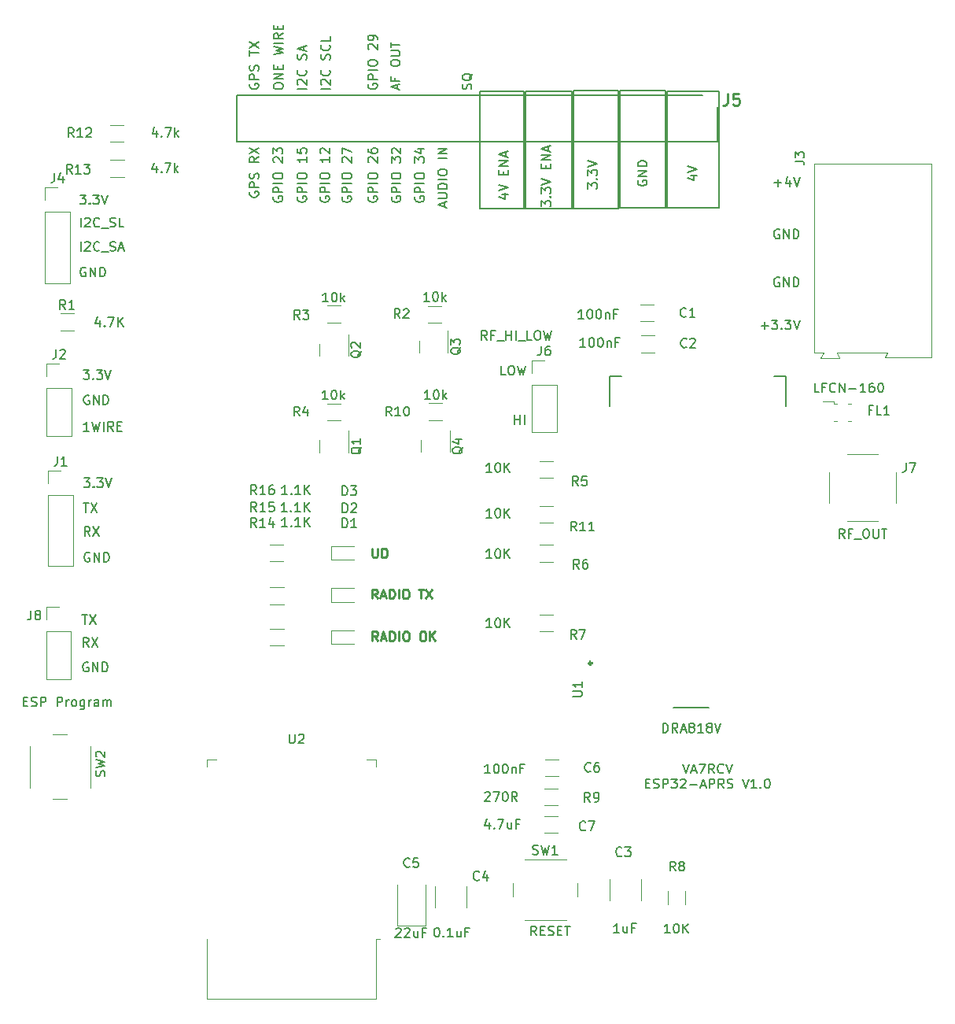
<source format=gbr>
%TF.GenerationSoftware,KiCad,Pcbnew,6.0.8-f2edbf62ab~116~ubuntu22.04.1*%
%TF.CreationDate,2022-10-21T16:06:30-07:00*%
%TF.ProjectId,aprs-esp32,61707273-2d65-4737-9033-322e6b696361,v1.0.0*%
%TF.SameCoordinates,Original*%
%TF.FileFunction,Legend,Top*%
%TF.FilePolarity,Positive*%
%FSLAX46Y46*%
G04 Gerber Fmt 4.6, Leading zero omitted, Abs format (unit mm)*
G04 Created by KiCad (PCBNEW 6.0.8-f2edbf62ab~116~ubuntu22.04.1) date 2022-10-21 16:06:30*
%MOMM*%
%LPD*%
G01*
G04 APERTURE LIST*
%ADD10C,0.150000*%
%ADD11C,0.250000*%
%ADD12C,0.254000*%
%ADD13C,0.120000*%
%ADD14C,0.127000*%
%ADD15C,0.300000*%
%ADD16C,0.200000*%
G04 APERTURE END LIST*
D10*
X70985000Y-28340000D02*
X75745000Y-28340000D01*
X75745000Y-28340000D02*
X75745000Y-40930000D01*
X75745000Y-40930000D02*
X70985000Y-40930000D01*
X70985000Y-40930000D02*
X70985000Y-28340000D01*
X75935000Y-28305000D02*
X80935000Y-28305000D01*
X80935000Y-28305000D02*
X80935000Y-40955000D01*
X80935000Y-40955000D02*
X75935000Y-40955000D01*
X75935000Y-40955000D02*
X75935000Y-28305000D01*
X86125000Y-28260000D02*
X91015000Y-28260000D01*
X91015000Y-28260000D02*
X91015000Y-40885000D01*
X91015000Y-40885000D02*
X86125000Y-40885000D01*
X86125000Y-40885000D02*
X86125000Y-28260000D01*
X81065000Y-28260000D02*
X85925000Y-28260000D01*
X85925000Y-28260000D02*
X85925000Y-40935000D01*
X85925000Y-40935000D02*
X81065000Y-40935000D01*
X81065000Y-40935000D02*
X81065000Y-28260000D01*
X91135000Y-28275000D02*
X96745000Y-28275000D01*
X96745000Y-28275000D02*
X96745000Y-40865000D01*
X96745000Y-40865000D02*
X91135000Y-40865000D01*
X91135000Y-40865000D02*
X91135000Y-28275000D01*
X64075000Y-39658333D02*
X64027380Y-39753571D01*
X64027380Y-39896428D01*
X64075000Y-40039285D01*
X64170238Y-40134523D01*
X64265476Y-40182142D01*
X64455952Y-40229761D01*
X64598809Y-40229761D01*
X64789285Y-40182142D01*
X64884523Y-40134523D01*
X64979761Y-40039285D01*
X65027380Y-39896428D01*
X65027380Y-39801190D01*
X64979761Y-39658333D01*
X64932142Y-39610714D01*
X64598809Y-39610714D01*
X64598809Y-39801190D01*
X65027380Y-39182142D02*
X64027380Y-39182142D01*
X64027380Y-38801190D01*
X64075000Y-38705952D01*
X64122619Y-38658333D01*
X64217857Y-38610714D01*
X64360714Y-38610714D01*
X64455952Y-38658333D01*
X64503571Y-38705952D01*
X64551190Y-38801190D01*
X64551190Y-39182142D01*
X65027380Y-38182142D02*
X64027380Y-38182142D01*
X64027380Y-37515476D02*
X64027380Y-37325000D01*
X64075000Y-37229761D01*
X64170238Y-37134523D01*
X64360714Y-37086904D01*
X64694047Y-37086904D01*
X64884523Y-37134523D01*
X64979761Y-37229761D01*
X65027380Y-37325000D01*
X65027380Y-37515476D01*
X64979761Y-37610714D01*
X64884523Y-37705952D01*
X64694047Y-37753571D01*
X64360714Y-37753571D01*
X64170238Y-37705952D01*
X64075000Y-37610714D01*
X64027380Y-37515476D01*
X64027380Y-35991666D02*
X64027380Y-35372619D01*
X64408333Y-35705952D01*
X64408333Y-35563095D01*
X64455952Y-35467857D01*
X64503571Y-35420238D01*
X64598809Y-35372619D01*
X64836904Y-35372619D01*
X64932142Y-35420238D01*
X64979761Y-35467857D01*
X65027380Y-35563095D01*
X65027380Y-35848809D01*
X64979761Y-35944047D01*
X64932142Y-35991666D01*
X64360714Y-34515476D02*
X65027380Y-34515476D01*
X63979761Y-34753571D02*
X64694047Y-34991666D01*
X64694047Y-34372619D01*
X59015000Y-27509761D02*
X58967380Y-27604999D01*
X58967380Y-27747856D01*
X59015000Y-27890713D01*
X59110238Y-27985951D01*
X59205476Y-28033570D01*
X59395952Y-28081189D01*
X59538809Y-28081189D01*
X59729285Y-28033570D01*
X59824523Y-27985951D01*
X59919761Y-27890713D01*
X59967380Y-27747856D01*
X59967380Y-27652618D01*
X59919761Y-27509761D01*
X59872142Y-27462142D01*
X59538809Y-27462142D01*
X59538809Y-27652618D01*
X59967380Y-27033570D02*
X58967380Y-27033570D01*
X58967380Y-26652618D01*
X59015000Y-26557380D01*
X59062619Y-26509761D01*
X59157857Y-26462142D01*
X59300714Y-26462142D01*
X59395952Y-26509761D01*
X59443571Y-26557380D01*
X59491190Y-26652618D01*
X59491190Y-27033570D01*
X59967380Y-26033570D02*
X58967380Y-26033570D01*
X58967380Y-25366904D02*
X58967380Y-25176428D01*
X59015000Y-25081189D01*
X59110238Y-24985951D01*
X59300714Y-24938332D01*
X59634047Y-24938332D01*
X59824523Y-24985951D01*
X59919761Y-25081189D01*
X59967380Y-25176428D01*
X59967380Y-25366904D01*
X59919761Y-25462142D01*
X59824523Y-25557380D01*
X59634047Y-25604999D01*
X59300714Y-25604999D01*
X59110238Y-25557380D01*
X59015000Y-25462142D01*
X58967380Y-25366904D01*
X59062619Y-23795475D02*
X59015000Y-23747856D01*
X58967380Y-23652618D01*
X58967380Y-23414523D01*
X59015000Y-23319285D01*
X59062619Y-23271666D01*
X59157857Y-23224047D01*
X59253095Y-23224047D01*
X59395952Y-23271666D01*
X59967380Y-23843094D01*
X59967380Y-23224047D01*
X59967380Y-22747856D02*
X59967380Y-22557380D01*
X59919761Y-22462142D01*
X59872142Y-22414523D01*
X59729285Y-22319285D01*
X59538809Y-22271666D01*
X59157857Y-22271666D01*
X59062619Y-22319285D01*
X59015000Y-22366904D01*
X58967380Y-22462142D01*
X58967380Y-22652618D01*
X59015000Y-22747856D01*
X59062619Y-22795475D01*
X59157857Y-22843094D01*
X59395952Y-22843094D01*
X59491190Y-22795475D01*
X59538809Y-22747856D01*
X59586428Y-22652618D01*
X59586428Y-22462142D01*
X59538809Y-22366904D01*
X59491190Y-22319285D01*
X59395952Y-22271666D01*
X48817380Y-27843094D02*
X48817380Y-27652618D01*
X48865000Y-27557380D01*
X48960238Y-27462142D01*
X49150714Y-27414523D01*
X49484047Y-27414523D01*
X49674523Y-27462142D01*
X49769761Y-27557380D01*
X49817380Y-27652618D01*
X49817380Y-27843094D01*
X49769761Y-27938332D01*
X49674523Y-28033570D01*
X49484047Y-28081189D01*
X49150714Y-28081189D01*
X48960238Y-28033570D01*
X48865000Y-27938332D01*
X48817380Y-27843094D01*
X49817380Y-26985951D02*
X48817380Y-26985951D01*
X49817380Y-26414523D01*
X48817380Y-26414523D01*
X49293571Y-25938332D02*
X49293571Y-25604999D01*
X49817380Y-25462142D02*
X49817380Y-25938332D01*
X48817380Y-25938332D01*
X48817380Y-25462142D01*
X48817380Y-24366904D02*
X49817380Y-24128809D01*
X49103095Y-23938332D01*
X49817380Y-23747856D01*
X48817380Y-23509761D01*
X49817380Y-23128809D02*
X48817380Y-23128809D01*
X49817380Y-22081189D02*
X49341190Y-22414523D01*
X49817380Y-22652618D02*
X48817380Y-22652618D01*
X48817380Y-22271666D01*
X48865000Y-22176428D01*
X48912619Y-22128809D01*
X49007857Y-22081189D01*
X49150714Y-22081189D01*
X49245952Y-22128809D01*
X49293571Y-22176428D01*
X49341190Y-22271666D01*
X49341190Y-22652618D01*
X49293571Y-21652618D02*
X49293571Y-21319285D01*
X49817380Y-21176428D02*
X49817380Y-21652618D01*
X48817380Y-21652618D01*
X48817380Y-21176428D01*
X77647380Y-40706904D02*
X77647380Y-40087857D01*
X78028333Y-40421190D01*
X78028333Y-40278333D01*
X78075952Y-40183095D01*
X78123571Y-40135476D01*
X78218809Y-40087857D01*
X78456904Y-40087857D01*
X78552142Y-40135476D01*
X78599761Y-40183095D01*
X78647380Y-40278333D01*
X78647380Y-40564047D01*
X78599761Y-40659285D01*
X78552142Y-40706904D01*
X78552142Y-39659285D02*
X78599761Y-39611666D01*
X78647380Y-39659285D01*
X78599761Y-39706904D01*
X78552142Y-39659285D01*
X78647380Y-39659285D01*
X77647380Y-39278333D02*
X77647380Y-38659285D01*
X78028333Y-38992619D01*
X78028333Y-38849761D01*
X78075952Y-38754523D01*
X78123571Y-38706904D01*
X78218809Y-38659285D01*
X78456904Y-38659285D01*
X78552142Y-38706904D01*
X78599761Y-38754523D01*
X78647380Y-38849761D01*
X78647380Y-39135476D01*
X78599761Y-39230714D01*
X78552142Y-39278333D01*
X77647380Y-38373571D02*
X78647380Y-38040238D01*
X77647380Y-37706904D01*
X78123571Y-36611666D02*
X78123571Y-36278333D01*
X78647380Y-36135476D02*
X78647380Y-36611666D01*
X77647380Y-36611666D01*
X77647380Y-36135476D01*
X78647380Y-35706904D02*
X77647380Y-35706904D01*
X78647380Y-35135476D01*
X77647380Y-35135476D01*
X78361666Y-34706904D02*
X78361666Y-34230714D01*
X78647380Y-34802142D02*
X77647380Y-34468809D01*
X78647380Y-34135476D01*
X53865000Y-39658333D02*
X53817380Y-39753571D01*
X53817380Y-39896428D01*
X53865000Y-40039285D01*
X53960238Y-40134523D01*
X54055476Y-40182142D01*
X54245952Y-40229761D01*
X54388809Y-40229761D01*
X54579285Y-40182142D01*
X54674523Y-40134523D01*
X54769761Y-40039285D01*
X54817380Y-39896428D01*
X54817380Y-39801190D01*
X54769761Y-39658333D01*
X54722142Y-39610714D01*
X54388809Y-39610714D01*
X54388809Y-39801190D01*
X54817380Y-39182142D02*
X53817380Y-39182142D01*
X53817380Y-38801190D01*
X53865000Y-38705952D01*
X53912619Y-38658333D01*
X54007857Y-38610714D01*
X54150714Y-38610714D01*
X54245952Y-38658333D01*
X54293571Y-38705952D01*
X54341190Y-38801190D01*
X54341190Y-39182142D01*
X54817380Y-38182142D02*
X53817380Y-38182142D01*
X53817380Y-37515476D02*
X53817380Y-37325000D01*
X53865000Y-37229761D01*
X53960238Y-37134523D01*
X54150714Y-37086904D01*
X54484047Y-37086904D01*
X54674523Y-37134523D01*
X54769761Y-37229761D01*
X54817380Y-37325000D01*
X54817380Y-37515476D01*
X54769761Y-37610714D01*
X54674523Y-37705952D01*
X54484047Y-37753571D01*
X54150714Y-37753571D01*
X53960238Y-37705952D01*
X53865000Y-37610714D01*
X53817380Y-37515476D01*
X54817380Y-35372619D02*
X54817380Y-35944047D01*
X54817380Y-35658333D02*
X53817380Y-35658333D01*
X53960238Y-35753571D01*
X54055476Y-35848809D01*
X54103095Y-35944047D01*
X53912619Y-34991666D02*
X53865000Y-34944047D01*
X53817380Y-34848809D01*
X53817380Y-34610714D01*
X53865000Y-34515476D01*
X53912619Y-34467857D01*
X54007857Y-34420238D01*
X54103095Y-34420238D01*
X54245952Y-34467857D01*
X54817380Y-35039285D01*
X54817380Y-34420238D01*
X29011474Y-77968963D02*
X28916236Y-77921343D01*
X28773379Y-77921343D01*
X28630521Y-77968963D01*
X28535283Y-78064201D01*
X28487664Y-78159439D01*
X28440045Y-78349915D01*
X28440045Y-78492772D01*
X28487664Y-78683248D01*
X28535283Y-78778486D01*
X28630521Y-78873724D01*
X28773379Y-78921343D01*
X28868617Y-78921343D01*
X29011474Y-78873724D01*
X29059093Y-78826105D01*
X29059093Y-78492772D01*
X28868617Y-78492772D01*
X29487664Y-78921343D02*
X29487664Y-77921343D01*
X30059093Y-78921343D01*
X30059093Y-77921343D01*
X30535283Y-78921343D02*
X30535283Y-77921343D01*
X30773379Y-77921343D01*
X30916236Y-77968963D01*
X31011474Y-78064201D01*
X31059093Y-78159439D01*
X31106712Y-78349915D01*
X31106712Y-78492772D01*
X31059093Y-78683248D01*
X31011474Y-78778486D01*
X30916236Y-78873724D01*
X30773379Y-78921343D01*
X30535283Y-78921343D01*
X29059093Y-76134699D02*
X28725760Y-75658509D01*
X28487664Y-76134699D02*
X28487664Y-75134699D01*
X28868617Y-75134699D01*
X28963855Y-75182319D01*
X29011474Y-75229938D01*
X29059093Y-75325176D01*
X29059093Y-75468033D01*
X29011474Y-75563271D01*
X28963855Y-75610890D01*
X28868617Y-75658509D01*
X28487664Y-75658509D01*
X29392426Y-75134699D02*
X30059093Y-76134699D01*
X30059093Y-75134699D02*
X29392426Y-76134699D01*
X28900714Y-88082036D02*
X28567381Y-87605846D01*
X28329285Y-88082036D02*
X28329285Y-87082036D01*
X28710238Y-87082036D01*
X28805476Y-87129656D01*
X28853095Y-87177275D01*
X28900714Y-87272513D01*
X28900714Y-87415370D01*
X28853095Y-87510608D01*
X28805476Y-87558227D01*
X28710238Y-87605846D01*
X28329285Y-87605846D01*
X29234047Y-87082036D02*
X29900714Y-88082036D01*
X29900714Y-87082036D02*
X29234047Y-88082036D01*
X54649761Y-61457380D02*
X54078333Y-61457380D01*
X54364047Y-61457380D02*
X54364047Y-60457380D01*
X54268809Y-60600238D01*
X54173571Y-60695476D01*
X54078333Y-60743095D01*
X55268809Y-60457380D02*
X55364047Y-60457380D01*
X55459285Y-60505000D01*
X55506904Y-60552619D01*
X55554523Y-60647857D01*
X55602142Y-60838333D01*
X55602142Y-61076428D01*
X55554523Y-61266904D01*
X55506904Y-61362142D01*
X55459285Y-61409761D01*
X55364047Y-61457380D01*
X55268809Y-61457380D01*
X55173571Y-61409761D01*
X55125952Y-61362142D01*
X55078333Y-61266904D01*
X55030714Y-61076428D01*
X55030714Y-60838333D01*
X55078333Y-60647857D01*
X55125952Y-60552619D01*
X55173571Y-60505000D01*
X55268809Y-60457380D01*
X56030714Y-61457380D02*
X56030714Y-60457380D01*
X56125952Y-61076428D02*
X56411666Y-61457380D01*
X56411666Y-60790714D02*
X56030714Y-61171666D01*
X82187380Y-52787380D02*
X81615952Y-52787380D01*
X81901666Y-52787380D02*
X81901666Y-51787380D01*
X81806428Y-51930238D01*
X81711190Y-52025476D01*
X81615952Y-52073095D01*
X82806428Y-51787380D02*
X82901666Y-51787380D01*
X82996904Y-51835000D01*
X83044523Y-51882619D01*
X83092142Y-51977857D01*
X83139761Y-52168333D01*
X83139761Y-52406428D01*
X83092142Y-52596904D01*
X83044523Y-52692142D01*
X82996904Y-52739761D01*
X82901666Y-52787380D01*
X82806428Y-52787380D01*
X82711190Y-52739761D01*
X82663571Y-52692142D01*
X82615952Y-52596904D01*
X82568333Y-52406428D01*
X82568333Y-52168333D01*
X82615952Y-51977857D01*
X82663571Y-51882619D01*
X82711190Y-51835000D01*
X82806428Y-51787380D01*
X83758809Y-51787380D02*
X83854047Y-51787380D01*
X83949285Y-51835000D01*
X83996904Y-51882619D01*
X84044523Y-51977857D01*
X84092142Y-52168333D01*
X84092142Y-52406428D01*
X84044523Y-52596904D01*
X83996904Y-52692142D01*
X83949285Y-52739761D01*
X83854047Y-52787380D01*
X83758809Y-52787380D01*
X83663571Y-52739761D01*
X83615952Y-52692142D01*
X83568333Y-52596904D01*
X83520714Y-52406428D01*
X83520714Y-52168333D01*
X83568333Y-51977857D01*
X83615952Y-51882619D01*
X83663571Y-51835000D01*
X83758809Y-51787380D01*
X84520714Y-52120714D02*
X84520714Y-52787380D01*
X84520714Y-52215952D02*
X84568333Y-52168333D01*
X84663571Y-52120714D01*
X84806428Y-52120714D01*
X84901666Y-52168333D01*
X84949285Y-52263571D01*
X84949285Y-52787380D01*
X85758809Y-52263571D02*
X85425476Y-52263571D01*
X85425476Y-52787380D02*
X85425476Y-51787380D01*
X85901666Y-51787380D01*
X92848333Y-100662380D02*
X93181666Y-101662380D01*
X93515000Y-100662380D01*
X93800714Y-101376666D02*
X94276904Y-101376666D01*
X93705476Y-101662380D02*
X94038809Y-100662380D01*
X94372142Y-101662380D01*
X94610238Y-100662380D02*
X95276904Y-100662380D01*
X94848333Y-101662380D01*
X96229285Y-101662380D02*
X95895952Y-101186190D01*
X95657857Y-101662380D02*
X95657857Y-100662380D01*
X96038809Y-100662380D01*
X96134047Y-100710000D01*
X96181666Y-100757619D01*
X96229285Y-100852857D01*
X96229285Y-100995714D01*
X96181666Y-101090952D01*
X96134047Y-101138571D01*
X96038809Y-101186190D01*
X95657857Y-101186190D01*
X97229285Y-101567142D02*
X97181666Y-101614761D01*
X97038809Y-101662380D01*
X96943571Y-101662380D01*
X96800714Y-101614761D01*
X96705476Y-101519523D01*
X96657857Y-101424285D01*
X96610238Y-101233809D01*
X96610238Y-101090952D01*
X96657857Y-100900476D01*
X96705476Y-100805238D01*
X96800714Y-100710000D01*
X96943571Y-100662380D01*
X97038809Y-100662380D01*
X97181666Y-100710000D01*
X97229285Y-100757619D01*
X97515000Y-100662380D02*
X97848333Y-101662380D01*
X98181666Y-100662380D01*
X88848333Y-102748571D02*
X89181666Y-102748571D01*
X89324523Y-103272380D02*
X88848333Y-103272380D01*
X88848333Y-102272380D01*
X89324523Y-102272380D01*
X89705476Y-103224761D02*
X89848333Y-103272380D01*
X90086428Y-103272380D01*
X90181666Y-103224761D01*
X90229285Y-103177142D01*
X90276904Y-103081904D01*
X90276904Y-102986666D01*
X90229285Y-102891428D01*
X90181666Y-102843809D01*
X90086428Y-102796190D01*
X89895952Y-102748571D01*
X89800714Y-102700952D01*
X89753095Y-102653333D01*
X89705476Y-102558095D01*
X89705476Y-102462857D01*
X89753095Y-102367619D01*
X89800714Y-102320000D01*
X89895952Y-102272380D01*
X90134047Y-102272380D01*
X90276904Y-102320000D01*
X90705476Y-103272380D02*
X90705476Y-102272380D01*
X91086428Y-102272380D01*
X91181666Y-102320000D01*
X91229285Y-102367619D01*
X91276904Y-102462857D01*
X91276904Y-102605714D01*
X91229285Y-102700952D01*
X91181666Y-102748571D01*
X91086428Y-102796190D01*
X90705476Y-102796190D01*
X91610238Y-102272380D02*
X92229285Y-102272380D01*
X91895952Y-102653333D01*
X92038809Y-102653333D01*
X92134047Y-102700952D01*
X92181666Y-102748571D01*
X92229285Y-102843809D01*
X92229285Y-103081904D01*
X92181666Y-103177142D01*
X92134047Y-103224761D01*
X92038809Y-103272380D01*
X91753095Y-103272380D01*
X91657857Y-103224761D01*
X91610238Y-103177142D01*
X92610238Y-102367619D02*
X92657857Y-102320000D01*
X92753095Y-102272380D01*
X92991190Y-102272380D01*
X93086428Y-102320000D01*
X93134047Y-102367619D01*
X93181666Y-102462857D01*
X93181666Y-102558095D01*
X93134047Y-102700952D01*
X92562619Y-103272380D01*
X93181666Y-103272380D01*
X93610238Y-102891428D02*
X94372142Y-102891428D01*
X94800714Y-102986666D02*
X95276904Y-102986666D01*
X94705476Y-103272380D02*
X95038809Y-102272380D01*
X95372142Y-103272380D01*
X95705476Y-103272380D02*
X95705476Y-102272380D01*
X96086428Y-102272380D01*
X96181666Y-102320000D01*
X96229285Y-102367619D01*
X96276904Y-102462857D01*
X96276904Y-102605714D01*
X96229285Y-102700952D01*
X96181666Y-102748571D01*
X96086428Y-102796190D01*
X95705476Y-102796190D01*
X97276904Y-103272380D02*
X96943571Y-102796190D01*
X96705476Y-103272380D02*
X96705476Y-102272380D01*
X97086428Y-102272380D01*
X97181666Y-102320000D01*
X97229285Y-102367619D01*
X97276904Y-102462857D01*
X97276904Y-102605714D01*
X97229285Y-102700952D01*
X97181666Y-102748571D01*
X97086428Y-102796190D01*
X96705476Y-102796190D01*
X97657857Y-103224761D02*
X97800714Y-103272380D01*
X98038809Y-103272380D01*
X98134047Y-103224761D01*
X98181666Y-103177142D01*
X98229285Y-103081904D01*
X98229285Y-102986666D01*
X98181666Y-102891428D01*
X98134047Y-102843809D01*
X98038809Y-102796190D01*
X97848333Y-102748571D01*
X97753095Y-102700952D01*
X97705476Y-102653333D01*
X97657857Y-102558095D01*
X97657857Y-102462857D01*
X97705476Y-102367619D01*
X97753095Y-102320000D01*
X97848333Y-102272380D01*
X98086428Y-102272380D01*
X98229285Y-102320000D01*
X99276904Y-102272380D02*
X99610238Y-103272380D01*
X99943571Y-102272380D01*
X100800714Y-103272380D02*
X100229285Y-103272380D01*
X100514999Y-103272380D02*
X100514999Y-102272380D01*
X100419761Y-102415238D01*
X100324523Y-102510476D01*
X100229285Y-102558095D01*
X101229285Y-103177142D02*
X101276904Y-103224761D01*
X101229285Y-103272380D01*
X101181666Y-103224761D01*
X101229285Y-103177142D01*
X101229285Y-103272380D01*
X101895952Y-102272380D02*
X101991190Y-102272380D01*
X102086428Y-102320000D01*
X102134047Y-102367619D01*
X102181666Y-102462857D01*
X102229285Y-102653333D01*
X102229285Y-102891428D01*
X102181666Y-103081904D01*
X102134047Y-103177142D01*
X102086428Y-103224761D01*
X101991190Y-103272380D01*
X101895952Y-103272380D01*
X101800714Y-103224761D01*
X101753095Y-103177142D01*
X101705476Y-103081904D01*
X101657857Y-102891428D01*
X101657857Y-102653333D01*
X101705476Y-102462857D01*
X101753095Y-102367619D01*
X101800714Y-102320000D01*
X101895952Y-102272380D01*
X103243095Y-43205000D02*
X103147857Y-43157380D01*
X103005000Y-43157380D01*
X102862142Y-43205000D01*
X102766904Y-43300238D01*
X102719285Y-43395476D01*
X102671666Y-43585952D01*
X102671666Y-43728809D01*
X102719285Y-43919285D01*
X102766904Y-44014523D01*
X102862142Y-44109761D01*
X103005000Y-44157380D01*
X103100238Y-44157380D01*
X103243095Y-44109761D01*
X103290714Y-44062142D01*
X103290714Y-43728809D01*
X103100238Y-43728809D01*
X103719285Y-44157380D02*
X103719285Y-43157380D01*
X104290714Y-44157380D01*
X104290714Y-43157380D01*
X104766904Y-44157380D02*
X104766904Y-43157380D01*
X105005000Y-43157380D01*
X105147857Y-43205000D01*
X105243095Y-43300238D01*
X105290714Y-43395476D01*
X105338333Y-43585952D01*
X105338333Y-43728809D01*
X105290714Y-43919285D01*
X105243095Y-44014523D01*
X105147857Y-44109761D01*
X105005000Y-44157380D01*
X104766904Y-44157380D01*
X73410714Y-39398809D02*
X74077380Y-39398809D01*
X73029761Y-39636904D02*
X73744047Y-39875000D01*
X73744047Y-39255952D01*
X73077380Y-39017857D02*
X74077380Y-38684523D01*
X73077380Y-38351190D01*
X73553571Y-37255952D02*
X73553571Y-36922619D01*
X74077380Y-36779761D02*
X74077380Y-37255952D01*
X73077380Y-37255952D01*
X73077380Y-36779761D01*
X74077380Y-36351190D02*
X73077380Y-36351190D01*
X74077380Y-35779761D01*
X73077380Y-35779761D01*
X73791666Y-35351190D02*
X73791666Y-34875000D01*
X74077380Y-35446428D02*
X73077380Y-35113095D01*
X74077380Y-34779761D01*
X62121666Y-28081190D02*
X62121666Y-27605000D01*
X62407380Y-28176428D02*
X61407380Y-27843095D01*
X62407380Y-27509761D01*
X61883571Y-26843095D02*
X61883571Y-27176428D01*
X62407380Y-27176428D02*
X61407380Y-27176428D01*
X61407380Y-26700238D01*
X61407380Y-25366904D02*
X61407380Y-25176428D01*
X61455000Y-25081190D01*
X61550238Y-24985952D01*
X61740714Y-24938333D01*
X62074047Y-24938333D01*
X62264523Y-24985952D01*
X62359761Y-25081190D01*
X62407380Y-25176428D01*
X62407380Y-25366904D01*
X62359761Y-25462142D01*
X62264523Y-25557380D01*
X62074047Y-25605000D01*
X61740714Y-25605000D01*
X61550238Y-25557380D01*
X61455000Y-25462142D01*
X61407380Y-25366904D01*
X61407380Y-24509761D02*
X62216904Y-24509761D01*
X62312142Y-24462142D01*
X62359761Y-24414523D01*
X62407380Y-24319285D01*
X62407380Y-24128809D01*
X62359761Y-24033571D01*
X62312142Y-23985952D01*
X62216904Y-23938333D01*
X61407380Y-23938333D01*
X61407380Y-23605000D02*
X61407380Y-23033571D01*
X62407380Y-23319285D02*
X61407380Y-23319285D01*
X28344808Y-72572267D02*
X28916236Y-72572267D01*
X28630522Y-73572267D02*
X28630522Y-72572267D01*
X29154332Y-72572267D02*
X29820998Y-73572267D01*
X29820998Y-72572267D02*
X29154332Y-73572267D01*
X93710714Y-37413095D02*
X94377380Y-37413095D01*
X93329761Y-37651190D02*
X94044047Y-37889285D01*
X94044047Y-37270238D01*
X93377380Y-37032142D02*
X94377380Y-36698809D01*
X93377380Y-36365476D01*
X28063094Y-42917380D02*
X28063094Y-41917380D01*
X28491666Y-42012619D02*
X28539285Y-41965000D01*
X28634523Y-41917380D01*
X28872618Y-41917380D01*
X28967856Y-41965000D01*
X29015475Y-42012619D01*
X29063094Y-42107857D01*
X29063094Y-42203095D01*
X29015475Y-42345952D01*
X28444047Y-42917380D01*
X29063094Y-42917380D01*
X30063094Y-42822142D02*
X30015475Y-42869761D01*
X29872618Y-42917380D01*
X29777380Y-42917380D01*
X29634523Y-42869761D01*
X29539285Y-42774523D01*
X29491666Y-42679285D01*
X29444047Y-42488809D01*
X29444047Y-42345952D01*
X29491666Y-42155476D01*
X29539285Y-42060238D01*
X29634523Y-41965000D01*
X29777380Y-41917380D01*
X29872618Y-41917380D01*
X30015475Y-41965000D01*
X30063094Y-42012619D01*
X30253570Y-43012619D02*
X31015475Y-43012619D01*
X31205951Y-42869761D02*
X31348809Y-42917380D01*
X31586904Y-42917380D01*
X31682142Y-42869761D01*
X31729761Y-42822142D01*
X31777380Y-42726904D01*
X31777380Y-42631666D01*
X31729761Y-42536428D01*
X31682142Y-42488809D01*
X31586904Y-42441190D01*
X31396428Y-42393571D01*
X31301190Y-42345952D01*
X31253570Y-42298333D01*
X31205951Y-42203095D01*
X31205951Y-42107857D01*
X31253570Y-42012619D01*
X31301190Y-41965000D01*
X31396428Y-41917380D01*
X31634523Y-41917380D01*
X31777380Y-41965000D01*
X32682142Y-42917380D02*
X32205951Y-42917380D01*
X32205951Y-41917380D01*
D11*
X59419285Y-77477380D02*
X59419285Y-78286904D01*
X59466904Y-78382142D01*
X59514523Y-78429761D01*
X59609761Y-78477380D01*
X59800238Y-78477380D01*
X59895476Y-78429761D01*
X59943095Y-78382142D01*
X59990714Y-78286904D01*
X59990714Y-77477380D01*
X60466904Y-78477380D02*
X60466904Y-77477380D01*
X60705000Y-77477380D01*
X60847857Y-77525000D01*
X60943095Y-77620238D01*
X60990714Y-77715476D01*
X61038333Y-77905952D01*
X61038333Y-78048809D01*
X60990714Y-78239285D01*
X60943095Y-78334523D01*
X60847857Y-78429761D01*
X60705000Y-78477380D01*
X60466904Y-78477380D01*
D10*
X72118333Y-101667380D02*
X71546905Y-101667380D01*
X71832619Y-101667380D02*
X71832619Y-100667380D01*
X71737381Y-100810238D01*
X71642143Y-100905476D01*
X71546905Y-100953095D01*
X72737381Y-100667380D02*
X72832619Y-100667380D01*
X72927857Y-100715000D01*
X72975476Y-100762619D01*
X73023095Y-100857857D01*
X73070714Y-101048333D01*
X73070714Y-101286428D01*
X73023095Y-101476904D01*
X72975476Y-101572142D01*
X72927857Y-101619761D01*
X72832619Y-101667380D01*
X72737381Y-101667380D01*
X72642143Y-101619761D01*
X72594524Y-101572142D01*
X72546905Y-101476904D01*
X72499286Y-101286428D01*
X72499286Y-101048333D01*
X72546905Y-100857857D01*
X72594524Y-100762619D01*
X72642143Y-100715000D01*
X72737381Y-100667380D01*
X73689762Y-100667380D02*
X73785000Y-100667380D01*
X73880238Y-100715000D01*
X73927857Y-100762619D01*
X73975476Y-100857857D01*
X74023095Y-101048333D01*
X74023095Y-101286428D01*
X73975476Y-101476904D01*
X73927857Y-101572142D01*
X73880238Y-101619761D01*
X73785000Y-101667380D01*
X73689762Y-101667380D01*
X73594524Y-101619761D01*
X73546905Y-101572142D01*
X73499286Y-101476904D01*
X73451667Y-101286428D01*
X73451667Y-101048333D01*
X73499286Y-100857857D01*
X73546905Y-100762619D01*
X73594524Y-100715000D01*
X73689762Y-100667380D01*
X74451667Y-101000714D02*
X74451667Y-101667380D01*
X74451667Y-101095952D02*
X74499286Y-101048333D01*
X74594524Y-101000714D01*
X74737381Y-101000714D01*
X74832619Y-101048333D01*
X74880238Y-101143571D01*
X74880238Y-101667380D01*
X75689762Y-101143571D02*
X75356429Y-101143571D01*
X75356429Y-101667380D02*
X75356429Y-100667380D01*
X75832619Y-100667380D01*
X51405000Y-39658333D02*
X51357380Y-39753571D01*
X51357380Y-39896428D01*
X51405000Y-40039285D01*
X51500238Y-40134523D01*
X51595476Y-40182142D01*
X51785952Y-40229761D01*
X51928809Y-40229761D01*
X52119285Y-40182142D01*
X52214523Y-40134523D01*
X52309761Y-40039285D01*
X52357380Y-39896428D01*
X52357380Y-39801190D01*
X52309761Y-39658333D01*
X52262142Y-39610714D01*
X51928809Y-39610714D01*
X51928809Y-39801190D01*
X52357380Y-39182142D02*
X51357380Y-39182142D01*
X51357380Y-38801190D01*
X51405000Y-38705952D01*
X51452619Y-38658333D01*
X51547857Y-38610714D01*
X51690714Y-38610714D01*
X51785952Y-38658333D01*
X51833571Y-38705952D01*
X51881190Y-38801190D01*
X51881190Y-39182142D01*
X52357380Y-38182142D02*
X51357380Y-38182142D01*
X51357380Y-37515476D02*
X51357380Y-37325000D01*
X51405000Y-37229761D01*
X51500238Y-37134523D01*
X51690714Y-37086904D01*
X52024047Y-37086904D01*
X52214523Y-37134523D01*
X52309761Y-37229761D01*
X52357380Y-37325000D01*
X52357380Y-37515476D01*
X52309761Y-37610714D01*
X52214523Y-37705952D01*
X52024047Y-37753571D01*
X51690714Y-37753571D01*
X51500238Y-37705952D01*
X51405000Y-37610714D01*
X51357380Y-37515476D01*
X52357380Y-35372619D02*
X52357380Y-35944047D01*
X52357380Y-35658333D02*
X51357380Y-35658333D01*
X51500238Y-35753571D01*
X51595476Y-35848809D01*
X51643095Y-35944047D01*
X51357380Y-34467857D02*
X51357380Y-34944047D01*
X51833571Y-34991666D01*
X51785952Y-34944047D01*
X51738333Y-34848809D01*
X51738333Y-34610714D01*
X51785952Y-34515476D01*
X51833571Y-34467857D01*
X51928809Y-34420238D01*
X52166904Y-34420238D01*
X52262142Y-34467857D01*
X52309761Y-34515476D01*
X52357380Y-34610714D01*
X52357380Y-34848809D01*
X52309761Y-34944047D01*
X52262142Y-34991666D01*
X30101190Y-52930714D02*
X30101190Y-53597380D01*
X29863095Y-52549761D02*
X29625000Y-53264047D01*
X30244047Y-53264047D01*
X30625000Y-53502142D02*
X30672619Y-53549761D01*
X30625000Y-53597380D01*
X30577380Y-53549761D01*
X30625000Y-53502142D01*
X30625000Y-53597380D01*
X31005952Y-52597380D02*
X31672619Y-52597380D01*
X31244047Y-53597380D01*
X32053571Y-53597380D02*
X32053571Y-52597380D01*
X32625000Y-53597380D02*
X32196428Y-53025952D01*
X32625000Y-52597380D02*
X32053571Y-53168809D01*
X28853095Y-89785000D02*
X28757857Y-89737380D01*
X28615000Y-89737380D01*
X28472142Y-89785000D01*
X28376904Y-89880238D01*
X28329285Y-89975476D01*
X28281666Y-90165952D01*
X28281666Y-90308809D01*
X28329285Y-90499285D01*
X28376904Y-90594523D01*
X28472142Y-90689761D01*
X28615000Y-90737380D01*
X28710238Y-90737380D01*
X28853095Y-90689761D01*
X28900714Y-90642142D01*
X28900714Y-90308809D01*
X28710238Y-90308809D01*
X29329285Y-90737380D02*
X29329285Y-89737380D01*
X29900714Y-90737380D01*
X29900714Y-89737380D01*
X30376904Y-90737380D02*
X30376904Y-89737380D01*
X30615000Y-89737380D01*
X30757857Y-89785000D01*
X30853095Y-89880238D01*
X30900714Y-89975476D01*
X30948333Y-90165952D01*
X30948333Y-90308809D01*
X30900714Y-90499285D01*
X30853095Y-90594523D01*
X30757857Y-90689761D01*
X30615000Y-90737380D01*
X30376904Y-90737380D01*
X101290715Y-53536428D02*
X102052619Y-53536428D01*
X101671667Y-53917380D02*
X101671667Y-53155476D01*
X102433572Y-52917380D02*
X103052619Y-52917380D01*
X102719286Y-53298333D01*
X102862143Y-53298333D01*
X102957381Y-53345952D01*
X103005000Y-53393571D01*
X103052619Y-53488809D01*
X103052619Y-53726904D01*
X103005000Y-53822142D01*
X102957381Y-53869761D01*
X102862143Y-53917380D01*
X102576429Y-53917380D01*
X102481191Y-53869761D01*
X102433572Y-53822142D01*
X103481191Y-53822142D02*
X103528810Y-53869761D01*
X103481191Y-53917380D01*
X103433572Y-53869761D01*
X103481191Y-53822142D01*
X103481191Y-53917380D01*
X103862143Y-52917380D02*
X104481191Y-52917380D01*
X104147857Y-53298333D01*
X104290715Y-53298333D01*
X104385953Y-53345952D01*
X104433572Y-53393571D01*
X104481191Y-53488809D01*
X104481191Y-53726904D01*
X104433572Y-53822142D01*
X104385953Y-53869761D01*
X104290715Y-53917380D01*
X104005000Y-53917380D01*
X103909762Y-53869761D01*
X103862143Y-53822142D01*
X104766905Y-52917380D02*
X105100238Y-53917380D01*
X105433572Y-52917380D01*
X36206428Y-36390714D02*
X36206428Y-37057380D01*
X35968333Y-36009761D02*
X35730238Y-36724047D01*
X36349285Y-36724047D01*
X36730238Y-36962142D02*
X36777857Y-37009761D01*
X36730238Y-37057380D01*
X36682619Y-37009761D01*
X36730238Y-36962142D01*
X36730238Y-37057380D01*
X37111190Y-36057380D02*
X37777857Y-36057380D01*
X37349285Y-37057380D01*
X38158809Y-37057380D02*
X38158809Y-36057380D01*
X38254047Y-36676428D02*
X38539761Y-37057380D01*
X38539761Y-36390714D02*
X38158809Y-36771666D01*
D11*
X60019285Y-87417380D02*
X59685952Y-86941190D01*
X59447857Y-87417380D02*
X59447857Y-86417380D01*
X59828809Y-86417380D01*
X59924047Y-86465000D01*
X59971666Y-86512619D01*
X60019285Y-86607857D01*
X60019285Y-86750714D01*
X59971666Y-86845952D01*
X59924047Y-86893571D01*
X59828809Y-86941190D01*
X59447857Y-86941190D01*
X60400238Y-87131666D02*
X60876428Y-87131666D01*
X60305000Y-87417380D02*
X60638333Y-86417380D01*
X60971666Y-87417380D01*
X61305000Y-87417380D02*
X61305000Y-86417380D01*
X61543095Y-86417380D01*
X61685952Y-86465000D01*
X61781190Y-86560238D01*
X61828809Y-86655476D01*
X61876428Y-86845952D01*
X61876428Y-86988809D01*
X61828809Y-87179285D01*
X61781190Y-87274523D01*
X61685952Y-87369761D01*
X61543095Y-87417380D01*
X61305000Y-87417380D01*
X62305000Y-87417380D02*
X62305000Y-86417380D01*
X62971666Y-86417380D02*
X63162142Y-86417380D01*
X63257380Y-86465000D01*
X63352619Y-86560238D01*
X63400238Y-86750714D01*
X63400238Y-87084047D01*
X63352619Y-87274523D01*
X63257380Y-87369761D01*
X63162142Y-87417380D01*
X62971666Y-87417380D01*
X62876428Y-87369761D01*
X62781190Y-87274523D01*
X62733571Y-87084047D01*
X62733571Y-86750714D01*
X62781190Y-86560238D01*
X62876428Y-86465000D01*
X62971666Y-86417380D01*
X64781190Y-86417380D02*
X64971666Y-86417380D01*
X65066904Y-86465000D01*
X65162142Y-86560238D01*
X65209761Y-86750714D01*
X65209761Y-87084047D01*
X65162142Y-87274523D01*
X65066904Y-87369761D01*
X64971666Y-87417380D01*
X64781190Y-87417380D01*
X64685952Y-87369761D01*
X64590714Y-87274523D01*
X64543095Y-87084047D01*
X64543095Y-86750714D01*
X64590714Y-86560238D01*
X64685952Y-86465000D01*
X64781190Y-86417380D01*
X65638333Y-87417380D02*
X65638333Y-86417380D01*
X66209761Y-87417380D02*
X65781190Y-86845952D01*
X66209761Y-86417380D02*
X65638333Y-86988809D01*
D10*
X65659761Y-61427380D02*
X65088333Y-61427380D01*
X65374047Y-61427380D02*
X65374047Y-60427380D01*
X65278809Y-60570238D01*
X65183571Y-60665476D01*
X65088333Y-60713095D01*
X66278809Y-60427380D02*
X66374047Y-60427380D01*
X66469285Y-60475000D01*
X66516904Y-60522619D01*
X66564523Y-60617857D01*
X66612142Y-60808333D01*
X66612142Y-61046428D01*
X66564523Y-61236904D01*
X66516904Y-61332142D01*
X66469285Y-61379761D01*
X66374047Y-61427380D01*
X66278809Y-61427380D01*
X66183571Y-61379761D01*
X66135952Y-61332142D01*
X66088333Y-61236904D01*
X66040714Y-61046428D01*
X66040714Y-60808333D01*
X66088333Y-60617857D01*
X66135952Y-60522619D01*
X66183571Y-60475000D01*
X66278809Y-60427380D01*
X67040714Y-61427380D02*
X67040714Y-60427380D01*
X67135952Y-61046428D02*
X67421666Y-61427380D01*
X67421666Y-60760714D02*
X67040714Y-61141666D01*
X67211666Y-40753571D02*
X67211666Y-40277381D01*
X67497380Y-40848809D02*
X66497380Y-40515476D01*
X67497380Y-40182143D01*
X66497380Y-39848809D02*
X67306904Y-39848809D01*
X67402142Y-39801190D01*
X67449761Y-39753571D01*
X67497380Y-39658333D01*
X67497380Y-39467857D01*
X67449761Y-39372619D01*
X67402142Y-39325000D01*
X67306904Y-39277381D01*
X66497380Y-39277381D01*
X67497380Y-38801190D02*
X66497380Y-38801190D01*
X66497380Y-38563095D01*
X66545000Y-38420238D01*
X66640238Y-38325000D01*
X66735476Y-38277381D01*
X66925952Y-38229762D01*
X67068809Y-38229762D01*
X67259285Y-38277381D01*
X67354523Y-38325000D01*
X67449761Y-38420238D01*
X67497380Y-38563095D01*
X67497380Y-38801190D01*
X67497380Y-37801190D02*
X66497380Y-37801190D01*
X66497380Y-37134524D02*
X66497380Y-36944047D01*
X66545000Y-36848809D01*
X66640238Y-36753571D01*
X66830714Y-36705952D01*
X67164047Y-36705952D01*
X67354523Y-36753571D01*
X67449761Y-36848809D01*
X67497380Y-36944047D01*
X67497380Y-37134524D01*
X67449761Y-37229762D01*
X67354523Y-37325000D01*
X67164047Y-37372619D01*
X66830714Y-37372619D01*
X66640238Y-37325000D01*
X66545000Y-37229762D01*
X66497380Y-37134524D01*
X67497380Y-35515476D02*
X66497380Y-35515476D01*
X67497380Y-35039285D02*
X66497380Y-35039285D01*
X67497380Y-34467857D01*
X66497380Y-34467857D01*
X54679761Y-50957380D02*
X54108333Y-50957380D01*
X54394047Y-50957380D02*
X54394047Y-49957380D01*
X54298809Y-50100238D01*
X54203571Y-50195476D01*
X54108333Y-50243095D01*
X55298809Y-49957380D02*
X55394047Y-49957380D01*
X55489285Y-50005000D01*
X55536904Y-50052619D01*
X55584523Y-50147857D01*
X55632142Y-50338333D01*
X55632142Y-50576428D01*
X55584523Y-50766904D01*
X55536904Y-50862142D01*
X55489285Y-50909761D01*
X55394047Y-50957380D01*
X55298809Y-50957380D01*
X55203571Y-50909761D01*
X55155952Y-50862142D01*
X55108333Y-50766904D01*
X55060714Y-50576428D01*
X55060714Y-50338333D01*
X55108333Y-50147857D01*
X55155952Y-50052619D01*
X55203571Y-50005000D01*
X55298809Y-49957380D01*
X56060714Y-50957380D02*
X56060714Y-49957380D01*
X56155952Y-50576428D02*
X56441666Y-50957380D01*
X56441666Y-50290714D02*
X56060714Y-50671666D01*
X72284523Y-78527380D02*
X71713095Y-78527380D01*
X71998809Y-78527380D02*
X71998809Y-77527380D01*
X71903571Y-77670238D01*
X71808333Y-77765476D01*
X71713095Y-77813095D01*
X72903571Y-77527380D02*
X72998809Y-77527380D01*
X73094047Y-77575000D01*
X73141666Y-77622619D01*
X73189285Y-77717857D01*
X73236904Y-77908333D01*
X73236904Y-78146428D01*
X73189285Y-78336904D01*
X73141666Y-78432142D01*
X73094047Y-78479761D01*
X72998809Y-78527380D01*
X72903571Y-78527380D01*
X72808333Y-78479761D01*
X72760714Y-78432142D01*
X72713095Y-78336904D01*
X72665476Y-78146428D01*
X72665476Y-77908333D01*
X72713095Y-77717857D01*
X72760714Y-77622619D01*
X72808333Y-77575000D01*
X72903571Y-77527380D01*
X73665476Y-78527380D02*
X73665476Y-77527380D01*
X74236904Y-78527380D02*
X73808333Y-77955952D01*
X74236904Y-77527380D02*
X73665476Y-78098809D01*
X82647380Y-38791190D02*
X82647380Y-38172142D01*
X83028333Y-38505476D01*
X83028333Y-38362619D01*
X83075952Y-38267380D01*
X83123571Y-38219761D01*
X83218809Y-38172142D01*
X83456904Y-38172142D01*
X83552142Y-38219761D01*
X83599761Y-38267380D01*
X83647380Y-38362619D01*
X83647380Y-38648333D01*
X83599761Y-38743571D01*
X83552142Y-38791190D01*
X83552142Y-37743571D02*
X83599761Y-37695952D01*
X83647380Y-37743571D01*
X83599761Y-37791190D01*
X83552142Y-37743571D01*
X83647380Y-37743571D01*
X82647380Y-37362619D02*
X82647380Y-36743571D01*
X83028333Y-37076904D01*
X83028333Y-36934047D01*
X83075952Y-36838809D01*
X83123571Y-36791190D01*
X83218809Y-36743571D01*
X83456904Y-36743571D01*
X83552142Y-36791190D01*
X83599761Y-36838809D01*
X83647380Y-36934047D01*
X83647380Y-37219761D01*
X83599761Y-37315000D01*
X83552142Y-37362619D01*
X82647380Y-36457857D02*
X83647380Y-36124523D01*
X82647380Y-35791190D01*
X72284523Y-69287380D02*
X71713095Y-69287380D01*
X71998809Y-69287380D02*
X71998809Y-68287380D01*
X71903571Y-68430238D01*
X71808333Y-68525476D01*
X71713095Y-68573095D01*
X72903571Y-68287380D02*
X72998809Y-68287380D01*
X73094047Y-68335000D01*
X73141666Y-68382619D01*
X73189285Y-68477857D01*
X73236904Y-68668333D01*
X73236904Y-68906428D01*
X73189285Y-69096904D01*
X73141666Y-69192142D01*
X73094047Y-69239761D01*
X72998809Y-69287380D01*
X72903571Y-69287380D01*
X72808333Y-69239761D01*
X72760714Y-69192142D01*
X72713095Y-69096904D01*
X72665476Y-68906428D01*
X72665476Y-68668333D01*
X72713095Y-68477857D01*
X72760714Y-68382619D01*
X72808333Y-68335000D01*
X72903571Y-68287380D01*
X73665476Y-69287380D02*
X73665476Y-68287380D01*
X74236904Y-69287380D02*
X73808333Y-68715952D01*
X74236904Y-68287380D02*
X73665476Y-68858809D01*
X36236428Y-32540714D02*
X36236428Y-33207380D01*
X35998333Y-32159761D02*
X35760238Y-32874047D01*
X36379285Y-32874047D01*
X36760238Y-33112142D02*
X36807857Y-33159761D01*
X36760238Y-33207380D01*
X36712619Y-33159761D01*
X36760238Y-33112142D01*
X36760238Y-33207380D01*
X37141190Y-32207380D02*
X37807857Y-32207380D01*
X37379285Y-33207380D01*
X38188809Y-33207380D02*
X38188809Y-32207380D01*
X38284047Y-32826428D02*
X38569761Y-33207380D01*
X38569761Y-32540714D02*
X38188809Y-32921666D01*
X28586904Y-47295000D02*
X28491666Y-47247380D01*
X28348809Y-47247380D01*
X28205951Y-47295000D01*
X28110713Y-47390238D01*
X28063094Y-47485476D01*
X28015475Y-47675952D01*
X28015475Y-47818809D01*
X28063094Y-48009285D01*
X28110713Y-48104523D01*
X28205951Y-48199761D01*
X28348809Y-48247380D01*
X28444047Y-48247380D01*
X28586904Y-48199761D01*
X28634523Y-48152142D01*
X28634523Y-47818809D01*
X28444047Y-47818809D01*
X29063094Y-48247380D02*
X29063094Y-47247380D01*
X29634523Y-48247380D01*
X29634523Y-47247380D01*
X30110713Y-48247380D02*
X30110713Y-47247380D01*
X30348809Y-47247380D01*
X30491666Y-47295000D01*
X30586904Y-47390238D01*
X30634523Y-47485476D01*
X30682142Y-47675952D01*
X30682142Y-47818809D01*
X30634523Y-48009285D01*
X30586904Y-48104523D01*
X30491666Y-48199761D01*
X30348809Y-48247380D01*
X30110713Y-48247380D01*
X73789285Y-58827380D02*
X73313095Y-58827380D01*
X73313095Y-57827380D01*
X74313095Y-57827380D02*
X74503571Y-57827380D01*
X74598809Y-57875000D01*
X74694047Y-57970238D01*
X74741666Y-58160714D01*
X74741666Y-58494047D01*
X74694047Y-58684523D01*
X74598809Y-58779761D01*
X74503571Y-58827380D01*
X74313095Y-58827380D01*
X74217857Y-58779761D01*
X74122619Y-58684523D01*
X74075000Y-58494047D01*
X74075000Y-58160714D01*
X74122619Y-57970238D01*
X74217857Y-57875000D01*
X74313095Y-57827380D01*
X75075000Y-57827380D02*
X75313095Y-58827380D01*
X75503571Y-58113095D01*
X75694047Y-58827380D01*
X75932142Y-57827380D01*
X27967856Y-39457380D02*
X28586904Y-39457380D01*
X28253570Y-39838333D01*
X28396427Y-39838333D01*
X28491666Y-39885952D01*
X28539285Y-39933571D01*
X28586904Y-40028809D01*
X28586904Y-40266904D01*
X28539285Y-40362142D01*
X28491666Y-40409761D01*
X28396427Y-40457380D01*
X28110713Y-40457380D01*
X28015475Y-40409761D01*
X27967856Y-40362142D01*
X29015475Y-40362142D02*
X29063094Y-40409761D01*
X29015475Y-40457380D01*
X28967856Y-40409761D01*
X29015475Y-40362142D01*
X29015475Y-40457380D01*
X29396427Y-39457380D02*
X30015475Y-39457380D01*
X29682142Y-39838333D01*
X29824999Y-39838333D01*
X29920237Y-39885952D01*
X29967856Y-39933571D01*
X30015475Y-40028809D01*
X30015475Y-40266904D01*
X29967856Y-40362142D01*
X29920237Y-40409761D01*
X29824999Y-40457380D01*
X29539285Y-40457380D01*
X29444047Y-40409761D01*
X29396427Y-40362142D01*
X30301189Y-39457380D02*
X30634523Y-40457380D01*
X30967856Y-39457380D01*
X72284523Y-74177380D02*
X71713095Y-74177380D01*
X71998809Y-74177380D02*
X71998809Y-73177380D01*
X71903571Y-73320238D01*
X71808333Y-73415476D01*
X71713095Y-73463095D01*
X72903571Y-73177380D02*
X72998809Y-73177380D01*
X73094047Y-73225000D01*
X73141666Y-73272619D01*
X73189285Y-73367857D01*
X73236904Y-73558333D01*
X73236904Y-73796428D01*
X73189285Y-73986904D01*
X73141666Y-74082142D01*
X73094047Y-74129761D01*
X72998809Y-74177380D01*
X72903571Y-74177380D01*
X72808333Y-74129761D01*
X72760714Y-74082142D01*
X72713095Y-73986904D01*
X72665476Y-73796428D01*
X72665476Y-73558333D01*
X72713095Y-73367857D01*
X72760714Y-73272619D01*
X72808333Y-73225000D01*
X72903571Y-73177380D01*
X73665476Y-74177380D02*
X73665476Y-73177380D01*
X74236904Y-74177380D02*
X73808333Y-73605952D01*
X74236904Y-73177380D02*
X73665476Y-73748809D01*
X28336478Y-58283580D02*
X28955526Y-58283580D01*
X28622192Y-58664533D01*
X28765049Y-58664533D01*
X28860288Y-58712152D01*
X28907907Y-58759771D01*
X28955526Y-58855009D01*
X28955526Y-59093104D01*
X28907907Y-59188342D01*
X28860288Y-59235961D01*
X28765049Y-59283580D01*
X28479335Y-59283580D01*
X28384097Y-59235961D01*
X28336478Y-59188342D01*
X29384097Y-59188342D02*
X29431716Y-59235961D01*
X29384097Y-59283580D01*
X29336478Y-59235961D01*
X29384097Y-59188342D01*
X29384097Y-59283580D01*
X29765049Y-58283580D02*
X30384097Y-58283580D01*
X30050764Y-58664533D01*
X30193621Y-58664533D01*
X30288859Y-58712152D01*
X30336478Y-58759771D01*
X30384097Y-58855009D01*
X30384097Y-59093104D01*
X30336478Y-59188342D01*
X30288859Y-59235961D01*
X30193621Y-59283580D01*
X29907907Y-59283580D01*
X29812669Y-59235961D01*
X29765049Y-59188342D01*
X30669811Y-58283580D02*
X31003145Y-59283580D01*
X31336478Y-58283580D01*
X28955526Y-64862207D02*
X28384097Y-64862207D01*
X28669812Y-64862207D02*
X28669812Y-63862207D01*
X28574574Y-64005065D01*
X28479336Y-64100303D01*
X28384097Y-64147922D01*
X29288859Y-63862207D02*
X29526955Y-64862207D01*
X29717431Y-64147922D01*
X29907907Y-64862207D01*
X30146002Y-63862207D01*
X30526955Y-64862207D02*
X30526955Y-63862207D01*
X31574574Y-64862207D02*
X31241240Y-64386017D01*
X31003145Y-64862207D02*
X31003145Y-63862207D01*
X31384097Y-63862207D01*
X31479336Y-63909827D01*
X31526955Y-63957446D01*
X31574574Y-64052684D01*
X31574574Y-64195541D01*
X31526955Y-64290779D01*
X31479336Y-64338398D01*
X31384097Y-64386017D01*
X31003145Y-64386017D01*
X32003145Y-64338398D02*
X32336478Y-64338398D01*
X32479336Y-64862207D02*
X32003145Y-64862207D01*
X32003145Y-63862207D01*
X32479336Y-63862207D01*
X70069761Y-28081189D02*
X70117380Y-27938332D01*
X70117380Y-27700237D01*
X70069761Y-27604999D01*
X70022142Y-27557380D01*
X69926904Y-27509761D01*
X69831666Y-27509761D01*
X69736428Y-27557380D01*
X69688809Y-27604999D01*
X69641190Y-27700237D01*
X69593571Y-27890713D01*
X69545952Y-27985951D01*
X69498333Y-28033570D01*
X69403095Y-28081189D01*
X69307857Y-28081189D01*
X69212619Y-28033570D01*
X69165000Y-27985951D01*
X69117380Y-27890713D01*
X69117380Y-27652618D01*
X69165000Y-27509761D01*
X70212619Y-26414523D02*
X70165000Y-26509761D01*
X70069761Y-26604999D01*
X69926904Y-26747856D01*
X69879285Y-26843094D01*
X69879285Y-26938332D01*
X70117380Y-26890713D02*
X70069761Y-26985951D01*
X69974523Y-27081189D01*
X69784047Y-27128808D01*
X69450714Y-27128808D01*
X69260238Y-27081189D01*
X69165000Y-26985951D01*
X69117380Y-26890713D01*
X69117380Y-26700237D01*
X69165000Y-26604999D01*
X69260238Y-26509761D01*
X69450714Y-26462142D01*
X69784047Y-26462142D01*
X69974523Y-26509761D01*
X70069761Y-26604999D01*
X70117380Y-26700237D01*
X70117380Y-26890713D01*
X54897380Y-28033571D02*
X53897380Y-28033571D01*
X53992619Y-27604999D02*
X53945000Y-27557380D01*
X53897380Y-27462142D01*
X53897380Y-27224047D01*
X53945000Y-27128809D01*
X53992619Y-27081190D01*
X54087857Y-27033571D01*
X54183095Y-27033571D01*
X54325952Y-27081190D01*
X54897380Y-27652618D01*
X54897380Y-27033571D01*
X54802142Y-26033571D02*
X54849761Y-26081190D01*
X54897380Y-26224047D01*
X54897380Y-26319285D01*
X54849761Y-26462142D01*
X54754523Y-26557380D01*
X54659285Y-26604999D01*
X54468809Y-26652618D01*
X54325952Y-26652618D01*
X54135476Y-26604999D01*
X54040238Y-26557380D01*
X53945000Y-26462142D01*
X53897380Y-26319285D01*
X53897380Y-26224047D01*
X53945000Y-26081190D01*
X53992619Y-26033571D01*
X54849761Y-24890714D02*
X54897380Y-24747856D01*
X54897380Y-24509761D01*
X54849761Y-24414523D01*
X54802142Y-24366904D01*
X54706904Y-24319285D01*
X54611666Y-24319285D01*
X54516428Y-24366904D01*
X54468809Y-24414523D01*
X54421190Y-24509761D01*
X54373571Y-24700237D01*
X54325952Y-24795476D01*
X54278333Y-24843095D01*
X54183095Y-24890714D01*
X54087857Y-24890714D01*
X53992619Y-24843095D01*
X53945000Y-24795476D01*
X53897380Y-24700237D01*
X53897380Y-24462142D01*
X53945000Y-24319285D01*
X54802142Y-23319285D02*
X54849761Y-23366904D01*
X54897380Y-23509761D01*
X54897380Y-23604999D01*
X54849761Y-23747856D01*
X54754523Y-23843095D01*
X54659285Y-23890714D01*
X54468809Y-23938333D01*
X54325952Y-23938333D01*
X54135476Y-23890714D01*
X54040238Y-23843095D01*
X53945000Y-23747856D01*
X53897380Y-23604999D01*
X53897380Y-23509761D01*
X53945000Y-23366904D01*
X53992619Y-23319285D01*
X54897380Y-22414523D02*
X54897380Y-22890714D01*
X53897380Y-22890714D01*
X72284523Y-85987380D02*
X71713095Y-85987380D01*
X71998809Y-85987380D02*
X71998809Y-84987380D01*
X71903571Y-85130238D01*
X71808333Y-85225476D01*
X71713095Y-85273095D01*
X72903571Y-84987380D02*
X72998809Y-84987380D01*
X73094047Y-85035000D01*
X73141666Y-85082619D01*
X73189285Y-85177857D01*
X73236904Y-85368333D01*
X73236904Y-85606428D01*
X73189285Y-85796904D01*
X73141666Y-85892142D01*
X73094047Y-85939761D01*
X72998809Y-85987380D01*
X72903571Y-85987380D01*
X72808333Y-85939761D01*
X72760714Y-85892142D01*
X72713095Y-85796904D01*
X72665476Y-85606428D01*
X72665476Y-85368333D01*
X72713095Y-85177857D01*
X72760714Y-85082619D01*
X72808333Y-85035000D01*
X72903571Y-84987380D01*
X73665476Y-85987380D02*
X73665476Y-84987380D01*
X74236904Y-85987380D02*
X73808333Y-85415952D01*
X74236904Y-84987380D02*
X73665476Y-85558809D01*
X103243095Y-48375000D02*
X103147857Y-48327380D01*
X103005000Y-48327380D01*
X102862142Y-48375000D01*
X102766904Y-48470238D01*
X102719285Y-48565476D01*
X102671666Y-48755952D01*
X102671666Y-48898809D01*
X102719285Y-49089285D01*
X102766904Y-49184523D01*
X102862142Y-49279761D01*
X103005000Y-49327380D01*
X103100238Y-49327380D01*
X103243095Y-49279761D01*
X103290714Y-49232142D01*
X103290714Y-48898809D01*
X103100238Y-48898809D01*
X103719285Y-49327380D02*
X103719285Y-48327380D01*
X104290714Y-49327380D01*
X104290714Y-48327380D01*
X104766904Y-49327380D02*
X104766904Y-48327380D01*
X105005000Y-48327380D01*
X105147857Y-48375000D01*
X105243095Y-48470238D01*
X105290714Y-48565476D01*
X105338333Y-48755952D01*
X105338333Y-48898809D01*
X105290714Y-49089285D01*
X105243095Y-49184523D01*
X105147857Y-49279761D01*
X105005000Y-49327380D01*
X104766904Y-49327380D01*
D11*
X59975952Y-82877380D02*
X59642619Y-82401190D01*
X59404523Y-82877380D02*
X59404523Y-81877380D01*
X59785476Y-81877380D01*
X59880714Y-81925000D01*
X59928333Y-81972619D01*
X59975952Y-82067857D01*
X59975952Y-82210714D01*
X59928333Y-82305952D01*
X59880714Y-82353571D01*
X59785476Y-82401190D01*
X59404523Y-82401190D01*
X60356904Y-82591666D02*
X60833095Y-82591666D01*
X60261666Y-82877380D02*
X60595000Y-81877380D01*
X60928333Y-82877380D01*
X61261666Y-82877380D02*
X61261666Y-81877380D01*
X61499761Y-81877380D01*
X61642619Y-81925000D01*
X61737857Y-82020238D01*
X61785476Y-82115476D01*
X61833095Y-82305952D01*
X61833095Y-82448809D01*
X61785476Y-82639285D01*
X61737857Y-82734523D01*
X61642619Y-82829761D01*
X61499761Y-82877380D01*
X61261666Y-82877380D01*
X62261666Y-82877380D02*
X62261666Y-81877380D01*
X62928333Y-81877380D02*
X63118809Y-81877380D01*
X63214047Y-81925000D01*
X63309285Y-82020238D01*
X63356904Y-82210714D01*
X63356904Y-82544047D01*
X63309285Y-82734523D01*
X63214047Y-82829761D01*
X63118809Y-82877380D01*
X62928333Y-82877380D01*
X62833095Y-82829761D01*
X62737857Y-82734523D01*
X62690238Y-82544047D01*
X62690238Y-82210714D01*
X62737857Y-82020238D01*
X62833095Y-81925000D01*
X62928333Y-81877380D01*
X64404523Y-81877380D02*
X64975952Y-81877380D01*
X64690238Y-82877380D02*
X64690238Y-81877380D01*
X65214047Y-81877380D02*
X65880714Y-82877380D01*
X65880714Y-81877380D02*
X65214047Y-82877380D01*
D10*
X28063095Y-45487380D02*
X28063095Y-44487380D01*
X28491666Y-44582619D02*
X28539285Y-44535000D01*
X28634523Y-44487380D01*
X28872619Y-44487380D01*
X28967857Y-44535000D01*
X29015476Y-44582619D01*
X29063095Y-44677857D01*
X29063095Y-44773095D01*
X29015476Y-44915952D01*
X28444047Y-45487380D01*
X29063095Y-45487380D01*
X30063095Y-45392142D02*
X30015476Y-45439761D01*
X29872619Y-45487380D01*
X29777380Y-45487380D01*
X29634523Y-45439761D01*
X29539285Y-45344523D01*
X29491666Y-45249285D01*
X29444047Y-45058809D01*
X29444047Y-44915952D01*
X29491666Y-44725476D01*
X29539285Y-44630238D01*
X29634523Y-44535000D01*
X29777380Y-44487380D01*
X29872619Y-44487380D01*
X30015476Y-44535000D01*
X30063095Y-44582619D01*
X30253571Y-45582619D02*
X31015476Y-45582619D01*
X31205952Y-45439761D02*
X31348809Y-45487380D01*
X31586904Y-45487380D01*
X31682142Y-45439761D01*
X31729761Y-45392142D01*
X31777380Y-45296904D01*
X31777380Y-45201666D01*
X31729761Y-45106428D01*
X31682142Y-45058809D01*
X31586904Y-45011190D01*
X31396428Y-44963571D01*
X31301190Y-44915952D01*
X31253571Y-44868333D01*
X31205952Y-44773095D01*
X31205952Y-44677857D01*
X31253571Y-44582619D01*
X31301190Y-44535000D01*
X31396428Y-44487380D01*
X31634523Y-44487380D01*
X31777380Y-44535000D01*
X32158333Y-45201666D02*
X32634523Y-45201666D01*
X32063095Y-45487380D02*
X32396428Y-44487380D01*
X32729761Y-45487380D01*
X74761190Y-64117380D02*
X74761190Y-63117380D01*
X74761190Y-63593571D02*
X75332619Y-63593571D01*
X75332619Y-64117380D02*
X75332619Y-63117380D01*
X75808809Y-64117380D02*
X75808809Y-63117380D01*
X56225000Y-39658333D02*
X56177380Y-39753571D01*
X56177380Y-39896428D01*
X56225000Y-40039285D01*
X56320238Y-40134523D01*
X56415476Y-40182142D01*
X56605952Y-40229761D01*
X56748809Y-40229761D01*
X56939285Y-40182142D01*
X57034523Y-40134523D01*
X57129761Y-40039285D01*
X57177380Y-39896428D01*
X57177380Y-39801190D01*
X57129761Y-39658333D01*
X57082142Y-39610714D01*
X56748809Y-39610714D01*
X56748809Y-39801190D01*
X57177380Y-39182142D02*
X56177380Y-39182142D01*
X56177380Y-38801190D01*
X56225000Y-38705952D01*
X56272619Y-38658333D01*
X56367857Y-38610714D01*
X56510714Y-38610714D01*
X56605952Y-38658333D01*
X56653571Y-38705952D01*
X56701190Y-38801190D01*
X56701190Y-39182142D01*
X57177380Y-38182142D02*
X56177380Y-38182142D01*
X56177380Y-37515476D02*
X56177380Y-37325000D01*
X56225000Y-37229761D01*
X56320238Y-37134523D01*
X56510714Y-37086904D01*
X56844047Y-37086904D01*
X57034523Y-37134523D01*
X57129761Y-37229761D01*
X57177380Y-37325000D01*
X57177380Y-37515476D01*
X57129761Y-37610714D01*
X57034523Y-37705952D01*
X56844047Y-37753571D01*
X56510714Y-37753571D01*
X56320238Y-37705952D01*
X56225000Y-37610714D01*
X56177380Y-37515476D01*
X56272619Y-35944047D02*
X56225000Y-35896428D01*
X56177380Y-35801190D01*
X56177380Y-35563095D01*
X56225000Y-35467857D01*
X56272619Y-35420238D01*
X56367857Y-35372619D01*
X56463095Y-35372619D01*
X56605952Y-35420238D01*
X57177380Y-35991666D01*
X57177380Y-35372619D01*
X56177380Y-35039285D02*
X56177380Y-34372619D01*
X57177380Y-34801190D01*
X59025000Y-39658333D02*
X58977380Y-39753571D01*
X58977380Y-39896428D01*
X59025000Y-40039285D01*
X59120238Y-40134523D01*
X59215476Y-40182142D01*
X59405952Y-40229761D01*
X59548809Y-40229761D01*
X59739285Y-40182142D01*
X59834523Y-40134523D01*
X59929761Y-40039285D01*
X59977380Y-39896428D01*
X59977380Y-39801190D01*
X59929761Y-39658333D01*
X59882142Y-39610714D01*
X59548809Y-39610714D01*
X59548809Y-39801190D01*
X59977380Y-39182142D02*
X58977380Y-39182142D01*
X58977380Y-38801190D01*
X59025000Y-38705952D01*
X59072619Y-38658333D01*
X59167857Y-38610714D01*
X59310714Y-38610714D01*
X59405952Y-38658333D01*
X59453571Y-38705952D01*
X59501190Y-38801190D01*
X59501190Y-39182142D01*
X59977380Y-38182142D02*
X58977380Y-38182142D01*
X58977380Y-37515476D02*
X58977380Y-37325000D01*
X59025000Y-37229761D01*
X59120238Y-37134523D01*
X59310714Y-37086904D01*
X59644047Y-37086904D01*
X59834523Y-37134523D01*
X59929761Y-37229761D01*
X59977380Y-37325000D01*
X59977380Y-37515476D01*
X59929761Y-37610714D01*
X59834523Y-37705952D01*
X59644047Y-37753571D01*
X59310714Y-37753571D01*
X59120238Y-37705952D01*
X59025000Y-37610714D01*
X58977380Y-37515476D01*
X59072619Y-35944047D02*
X59025000Y-35896428D01*
X58977380Y-35801190D01*
X58977380Y-35563095D01*
X59025000Y-35467857D01*
X59072619Y-35420238D01*
X59167857Y-35372619D01*
X59263095Y-35372619D01*
X59405952Y-35420238D01*
X59977380Y-35991666D01*
X59977380Y-35372619D01*
X58977380Y-34515476D02*
X58977380Y-34705952D01*
X59025000Y-34801190D01*
X59072619Y-34848809D01*
X59215476Y-34944047D01*
X59405952Y-34991666D01*
X59786904Y-34991666D01*
X59882142Y-34944047D01*
X59929761Y-34896428D01*
X59977380Y-34801190D01*
X59977380Y-34610714D01*
X59929761Y-34515476D01*
X59882142Y-34467857D01*
X59786904Y-34420238D01*
X59548809Y-34420238D01*
X59453571Y-34467857D01*
X59405952Y-34515476D01*
X59358333Y-34610714D01*
X59358333Y-34801190D01*
X59405952Y-34896428D01*
X59453571Y-34944047D01*
X59548809Y-34991666D01*
X61545000Y-39658333D02*
X61497380Y-39753571D01*
X61497380Y-39896428D01*
X61545000Y-40039285D01*
X61640238Y-40134523D01*
X61735476Y-40182142D01*
X61925952Y-40229761D01*
X62068809Y-40229761D01*
X62259285Y-40182142D01*
X62354523Y-40134523D01*
X62449761Y-40039285D01*
X62497380Y-39896428D01*
X62497380Y-39801190D01*
X62449761Y-39658333D01*
X62402142Y-39610714D01*
X62068809Y-39610714D01*
X62068809Y-39801190D01*
X62497380Y-39182142D02*
X61497380Y-39182142D01*
X61497380Y-38801190D01*
X61545000Y-38705952D01*
X61592619Y-38658333D01*
X61687857Y-38610714D01*
X61830714Y-38610714D01*
X61925952Y-38658333D01*
X61973571Y-38705952D01*
X62021190Y-38801190D01*
X62021190Y-39182142D01*
X62497380Y-38182142D02*
X61497380Y-38182142D01*
X61497380Y-37515476D02*
X61497380Y-37325000D01*
X61545000Y-37229761D01*
X61640238Y-37134523D01*
X61830714Y-37086904D01*
X62164047Y-37086904D01*
X62354523Y-37134523D01*
X62449761Y-37229761D01*
X62497380Y-37325000D01*
X62497380Y-37515476D01*
X62449761Y-37610714D01*
X62354523Y-37705952D01*
X62164047Y-37753571D01*
X61830714Y-37753571D01*
X61640238Y-37705952D01*
X61545000Y-37610714D01*
X61497380Y-37515476D01*
X61497380Y-35991666D02*
X61497380Y-35372619D01*
X61878333Y-35705952D01*
X61878333Y-35563095D01*
X61925952Y-35467857D01*
X61973571Y-35420238D01*
X62068809Y-35372619D01*
X62306904Y-35372619D01*
X62402142Y-35420238D01*
X62449761Y-35467857D01*
X62497380Y-35563095D01*
X62497380Y-35848809D01*
X62449761Y-35944047D01*
X62402142Y-35991666D01*
X61592619Y-34991666D02*
X61545000Y-34944047D01*
X61497380Y-34848809D01*
X61497380Y-34610714D01*
X61545000Y-34515476D01*
X61592619Y-34467857D01*
X61687857Y-34420238D01*
X61783095Y-34420238D01*
X61925952Y-34467857D01*
X62497380Y-35039285D01*
X62497380Y-34420238D01*
X28392426Y-69907380D02*
X29011474Y-69907380D01*
X28678140Y-70288333D01*
X28820997Y-70288333D01*
X28916236Y-70335952D01*
X28963855Y-70383571D01*
X29011474Y-70478809D01*
X29011474Y-70716904D01*
X28963855Y-70812142D01*
X28916236Y-70859761D01*
X28820997Y-70907380D01*
X28535283Y-70907380D01*
X28440045Y-70859761D01*
X28392426Y-70812142D01*
X29440045Y-70812142D02*
X29487664Y-70859761D01*
X29440045Y-70907380D01*
X29392426Y-70859761D01*
X29440045Y-70812142D01*
X29440045Y-70907380D01*
X29820997Y-69907380D02*
X30440045Y-69907380D01*
X30106712Y-70288333D01*
X30249569Y-70288333D01*
X30344807Y-70335952D01*
X30392426Y-70383571D01*
X30440045Y-70478809D01*
X30440045Y-70716904D01*
X30392426Y-70812142D01*
X30344807Y-70859761D01*
X30249569Y-70907380D01*
X29963855Y-70907380D01*
X29868617Y-70859761D01*
X29820997Y-70812142D01*
X30725759Y-69907380D02*
X31059093Y-70907380D01*
X31392426Y-69907380D01*
X102719285Y-38146428D02*
X103481190Y-38146428D01*
X103100238Y-38527380D02*
X103100238Y-37765476D01*
X104385952Y-37860714D02*
X104385952Y-38527380D01*
X104147857Y-37479761D02*
X103909761Y-38194047D01*
X104528809Y-38194047D01*
X104766904Y-37527380D02*
X105100238Y-38527380D01*
X105433571Y-37527380D01*
X28186429Y-84657380D02*
X28757857Y-84657380D01*
X28472143Y-85657380D02*
X28472143Y-84657380D01*
X28995953Y-84657380D02*
X29662619Y-85657380D01*
X29662619Y-84657380D02*
X28995953Y-85657380D01*
X52357380Y-28033570D02*
X51357380Y-28033570D01*
X51452619Y-27604999D02*
X51405000Y-27557380D01*
X51357380Y-27462142D01*
X51357380Y-27224046D01*
X51405000Y-27128808D01*
X51452619Y-27081189D01*
X51547857Y-27033570D01*
X51643095Y-27033570D01*
X51785952Y-27081189D01*
X52357380Y-27652618D01*
X52357380Y-27033570D01*
X52262142Y-26033570D02*
X52309761Y-26081189D01*
X52357380Y-26224046D01*
X52357380Y-26319285D01*
X52309761Y-26462142D01*
X52214523Y-26557380D01*
X52119285Y-26604999D01*
X51928809Y-26652618D01*
X51785952Y-26652618D01*
X51595476Y-26604999D01*
X51500238Y-26557380D01*
X51405000Y-26462142D01*
X51357380Y-26319285D01*
X51357380Y-26224046D01*
X51405000Y-26081189D01*
X51452619Y-26033570D01*
X52309761Y-24890713D02*
X52357380Y-24747856D01*
X52357380Y-24509761D01*
X52309761Y-24414523D01*
X52262142Y-24366904D01*
X52166904Y-24319285D01*
X52071666Y-24319285D01*
X51976428Y-24366904D01*
X51928809Y-24414523D01*
X51881190Y-24509761D01*
X51833571Y-24700237D01*
X51785952Y-24795475D01*
X51738333Y-24843094D01*
X51643095Y-24890713D01*
X51547857Y-24890713D01*
X51452619Y-24843094D01*
X51405000Y-24795475D01*
X51357380Y-24700237D01*
X51357380Y-24462142D01*
X51405000Y-24319285D01*
X52071666Y-23938332D02*
X52071666Y-23462142D01*
X52357380Y-24033570D02*
X51357380Y-23700237D01*
X52357380Y-23366904D01*
X28955526Y-61053784D02*
X28860288Y-61006164D01*
X28717431Y-61006164D01*
X28574573Y-61053784D01*
X28479335Y-61149022D01*
X28431716Y-61244260D01*
X28384097Y-61434736D01*
X28384097Y-61577593D01*
X28431716Y-61768069D01*
X28479335Y-61863307D01*
X28574573Y-61958545D01*
X28717431Y-62006164D01*
X28812669Y-62006164D01*
X28955526Y-61958545D01*
X29003145Y-61910926D01*
X29003145Y-61577593D01*
X28812669Y-61577593D01*
X29431716Y-62006164D02*
X29431716Y-61006164D01*
X30003145Y-62006164D01*
X30003145Y-61006164D01*
X30479335Y-62006164D02*
X30479335Y-61006164D01*
X30717431Y-61006164D01*
X30860288Y-61053784D01*
X30955526Y-61149022D01*
X31003145Y-61244260D01*
X31050764Y-61434736D01*
X31050764Y-61577593D01*
X31003145Y-61768069D01*
X30955526Y-61863307D01*
X30860288Y-61958545D01*
X30717431Y-62006164D01*
X30479335Y-62006164D01*
X65579761Y-50897380D02*
X65008333Y-50897380D01*
X65294047Y-50897380D02*
X65294047Y-49897380D01*
X65198809Y-50040238D01*
X65103571Y-50135476D01*
X65008333Y-50183095D01*
X66198809Y-49897380D02*
X66294047Y-49897380D01*
X66389285Y-49945000D01*
X66436904Y-49992619D01*
X66484523Y-50087857D01*
X66532142Y-50278333D01*
X66532142Y-50516428D01*
X66484523Y-50706904D01*
X66436904Y-50802142D01*
X66389285Y-50849761D01*
X66294047Y-50897380D01*
X66198809Y-50897380D01*
X66103571Y-50849761D01*
X66055952Y-50802142D01*
X66008333Y-50706904D01*
X65960714Y-50516428D01*
X65960714Y-50278333D01*
X66008333Y-50087857D01*
X66055952Y-49992619D01*
X66103571Y-49945000D01*
X66198809Y-49897380D01*
X66960714Y-50897380D02*
X66960714Y-49897380D01*
X67055952Y-50516428D02*
X67341666Y-50897380D01*
X67341666Y-50230714D02*
X66960714Y-50611666D01*
X88045000Y-37896904D02*
X87997380Y-37992142D01*
X87997380Y-38135000D01*
X88045000Y-38277857D01*
X88140238Y-38373095D01*
X88235476Y-38420714D01*
X88425952Y-38468333D01*
X88568809Y-38468333D01*
X88759285Y-38420714D01*
X88854523Y-38373095D01*
X88949761Y-38277857D01*
X88997380Y-38135000D01*
X88997380Y-38039761D01*
X88949761Y-37896904D01*
X88902142Y-37849285D01*
X88568809Y-37849285D01*
X88568809Y-38039761D01*
X88997380Y-37420714D02*
X87997380Y-37420714D01*
X88997380Y-36849285D01*
X87997380Y-36849285D01*
X88997380Y-36373095D02*
X87997380Y-36373095D01*
X87997380Y-36135000D01*
X88045000Y-35992142D01*
X88140238Y-35896904D01*
X88235476Y-35849285D01*
X88425952Y-35801666D01*
X88568809Y-35801666D01*
X88759285Y-35849285D01*
X88854523Y-35896904D01*
X88949761Y-35992142D01*
X88997380Y-36135000D01*
X88997380Y-36373095D01*
X46255000Y-27509761D02*
X46207380Y-27605000D01*
X46207380Y-27747857D01*
X46255000Y-27890714D01*
X46350238Y-27985952D01*
X46445476Y-28033571D01*
X46635952Y-28081190D01*
X46778809Y-28081190D01*
X46969285Y-28033571D01*
X47064523Y-27985952D01*
X47159761Y-27890714D01*
X47207380Y-27747857D01*
X47207380Y-27652619D01*
X47159761Y-27509761D01*
X47112142Y-27462142D01*
X46778809Y-27462142D01*
X46778809Y-27652619D01*
X47207380Y-27033571D02*
X46207380Y-27033571D01*
X46207380Y-26652619D01*
X46255000Y-26557381D01*
X46302619Y-26509761D01*
X46397857Y-26462142D01*
X46540714Y-26462142D01*
X46635952Y-26509761D01*
X46683571Y-26557381D01*
X46731190Y-26652619D01*
X46731190Y-27033571D01*
X47159761Y-26081190D02*
X47207380Y-25938333D01*
X47207380Y-25700238D01*
X47159761Y-25605000D01*
X47112142Y-25557381D01*
X47016904Y-25509761D01*
X46921666Y-25509761D01*
X46826428Y-25557381D01*
X46778809Y-25605000D01*
X46731190Y-25700238D01*
X46683571Y-25890714D01*
X46635952Y-25985952D01*
X46588333Y-26033571D01*
X46493095Y-26081190D01*
X46397857Y-26081190D01*
X46302619Y-26033571D01*
X46255000Y-25985952D01*
X46207380Y-25890714D01*
X46207380Y-25652619D01*
X46255000Y-25509761D01*
X46207380Y-24462142D02*
X46207380Y-23890714D01*
X47207380Y-24176428D02*
X46207380Y-24176428D01*
X46207380Y-23652619D02*
X47207380Y-22985952D01*
X46207380Y-22985952D02*
X47207380Y-23652619D01*
X90717380Y-97287380D02*
X90717380Y-96287380D01*
X90955476Y-96287380D01*
X91098333Y-96335000D01*
X91193571Y-96430238D01*
X91241190Y-96525476D01*
X91288809Y-96715952D01*
X91288809Y-96858809D01*
X91241190Y-97049285D01*
X91193571Y-97144523D01*
X91098333Y-97239761D01*
X90955476Y-97287380D01*
X90717380Y-97287380D01*
X92288809Y-97287380D02*
X91955476Y-96811190D01*
X91717380Y-97287380D02*
X91717380Y-96287380D01*
X92098333Y-96287380D01*
X92193571Y-96335000D01*
X92241190Y-96382619D01*
X92288809Y-96477857D01*
X92288809Y-96620714D01*
X92241190Y-96715952D01*
X92193571Y-96763571D01*
X92098333Y-96811190D01*
X91717380Y-96811190D01*
X92669761Y-97001666D02*
X93145952Y-97001666D01*
X92574523Y-97287380D02*
X92907857Y-96287380D01*
X93241190Y-97287380D01*
X93717380Y-96715952D02*
X93622142Y-96668333D01*
X93574523Y-96620714D01*
X93526904Y-96525476D01*
X93526904Y-96477857D01*
X93574523Y-96382619D01*
X93622142Y-96335000D01*
X93717380Y-96287380D01*
X93907857Y-96287380D01*
X94003095Y-96335000D01*
X94050714Y-96382619D01*
X94098333Y-96477857D01*
X94098333Y-96525476D01*
X94050714Y-96620714D01*
X94003095Y-96668333D01*
X93907857Y-96715952D01*
X93717380Y-96715952D01*
X93622142Y-96763571D01*
X93574523Y-96811190D01*
X93526904Y-96906428D01*
X93526904Y-97096904D01*
X93574523Y-97192142D01*
X93622142Y-97239761D01*
X93717380Y-97287380D01*
X93907857Y-97287380D01*
X94003095Y-97239761D01*
X94050714Y-97192142D01*
X94098333Y-97096904D01*
X94098333Y-96906428D01*
X94050714Y-96811190D01*
X94003095Y-96763571D01*
X93907857Y-96715952D01*
X95050714Y-97287380D02*
X94479285Y-97287380D01*
X94765000Y-97287380D02*
X94765000Y-96287380D01*
X94669761Y-96430238D01*
X94574523Y-96525476D01*
X94479285Y-96573095D01*
X95622142Y-96715952D02*
X95526904Y-96668333D01*
X95479285Y-96620714D01*
X95431666Y-96525476D01*
X95431666Y-96477857D01*
X95479285Y-96382619D01*
X95526904Y-96335000D01*
X95622142Y-96287380D01*
X95812619Y-96287380D01*
X95907857Y-96335000D01*
X95955476Y-96382619D01*
X96003095Y-96477857D01*
X96003095Y-96525476D01*
X95955476Y-96620714D01*
X95907857Y-96668333D01*
X95812619Y-96715952D01*
X95622142Y-96715952D01*
X95526904Y-96763571D01*
X95479285Y-96811190D01*
X95431666Y-96906428D01*
X95431666Y-97096904D01*
X95479285Y-97192142D01*
X95526904Y-97239761D01*
X95622142Y-97287380D01*
X95812619Y-97287380D01*
X95907857Y-97239761D01*
X95955476Y-97192142D01*
X96003095Y-97096904D01*
X96003095Y-96906428D01*
X95955476Y-96811190D01*
X95907857Y-96763571D01*
X95812619Y-96715952D01*
X96288809Y-96287380D02*
X96622142Y-97287380D01*
X96955476Y-96287380D01*
X48835000Y-39658333D02*
X48787380Y-39753571D01*
X48787380Y-39896428D01*
X48835000Y-40039285D01*
X48930238Y-40134523D01*
X49025476Y-40182142D01*
X49215952Y-40229761D01*
X49358809Y-40229761D01*
X49549285Y-40182142D01*
X49644523Y-40134523D01*
X49739761Y-40039285D01*
X49787380Y-39896428D01*
X49787380Y-39801190D01*
X49739761Y-39658333D01*
X49692142Y-39610714D01*
X49358809Y-39610714D01*
X49358809Y-39801190D01*
X49787380Y-39182142D02*
X48787380Y-39182142D01*
X48787380Y-38801190D01*
X48835000Y-38705952D01*
X48882619Y-38658333D01*
X48977857Y-38610714D01*
X49120714Y-38610714D01*
X49215952Y-38658333D01*
X49263571Y-38705952D01*
X49311190Y-38801190D01*
X49311190Y-39182142D01*
X49787380Y-38182142D02*
X48787380Y-38182142D01*
X48787380Y-37515476D02*
X48787380Y-37325000D01*
X48835000Y-37229761D01*
X48930238Y-37134523D01*
X49120714Y-37086904D01*
X49454047Y-37086904D01*
X49644523Y-37134523D01*
X49739761Y-37229761D01*
X49787380Y-37325000D01*
X49787380Y-37515476D01*
X49739761Y-37610714D01*
X49644523Y-37705952D01*
X49454047Y-37753571D01*
X49120714Y-37753571D01*
X48930238Y-37705952D01*
X48835000Y-37610714D01*
X48787380Y-37515476D01*
X48882619Y-35944047D02*
X48835000Y-35896428D01*
X48787380Y-35801190D01*
X48787380Y-35563095D01*
X48835000Y-35467857D01*
X48882619Y-35420238D01*
X48977857Y-35372619D01*
X49073095Y-35372619D01*
X49215952Y-35420238D01*
X49787380Y-35991666D01*
X49787380Y-35372619D01*
X48787380Y-35039285D02*
X48787380Y-34420238D01*
X49168333Y-34753571D01*
X49168333Y-34610714D01*
X49215952Y-34515476D01*
X49263571Y-34467857D01*
X49358809Y-34420238D01*
X49596904Y-34420238D01*
X49692142Y-34467857D01*
X49739761Y-34515476D01*
X49787380Y-34610714D01*
X49787380Y-34896428D01*
X49739761Y-34991666D01*
X49692142Y-35039285D01*
X46275000Y-39134524D02*
X46227380Y-39229762D01*
X46227380Y-39372619D01*
X46275000Y-39515476D01*
X46370238Y-39610715D01*
X46465476Y-39658334D01*
X46655952Y-39705953D01*
X46798809Y-39705953D01*
X46989285Y-39658334D01*
X47084523Y-39610715D01*
X47179761Y-39515476D01*
X47227380Y-39372619D01*
X47227380Y-39277381D01*
X47179761Y-39134524D01*
X47132142Y-39086905D01*
X46798809Y-39086905D01*
X46798809Y-39277381D01*
X47227380Y-38658334D02*
X46227380Y-38658334D01*
X46227380Y-38277381D01*
X46275000Y-38182143D01*
X46322619Y-38134524D01*
X46417857Y-38086905D01*
X46560714Y-38086905D01*
X46655952Y-38134524D01*
X46703571Y-38182143D01*
X46751190Y-38277381D01*
X46751190Y-38658334D01*
X47179761Y-37705953D02*
X47227380Y-37563096D01*
X47227380Y-37325000D01*
X47179761Y-37229762D01*
X47132142Y-37182143D01*
X47036904Y-37134524D01*
X46941666Y-37134524D01*
X46846428Y-37182143D01*
X46798809Y-37229762D01*
X46751190Y-37325000D01*
X46703571Y-37515476D01*
X46655952Y-37610715D01*
X46608333Y-37658334D01*
X46513095Y-37705953D01*
X46417857Y-37705953D01*
X46322619Y-37658334D01*
X46275000Y-37610715D01*
X46227380Y-37515476D01*
X46227380Y-37277381D01*
X46275000Y-37134524D01*
X47227380Y-35372619D02*
X46751190Y-35705953D01*
X47227380Y-35944048D02*
X46227380Y-35944048D01*
X46227380Y-35563096D01*
X46275000Y-35467857D01*
X46322619Y-35420238D01*
X46417857Y-35372619D01*
X46560714Y-35372619D01*
X46655952Y-35420238D01*
X46703571Y-35467857D01*
X46751190Y-35563096D01*
X46751190Y-35944048D01*
X46227380Y-35039286D02*
X47227380Y-34372619D01*
X46227380Y-34372619D02*
X47227380Y-35039286D01*
%TO.C,SW2*%
X30619761Y-101988333D02*
X30667380Y-101845476D01*
X30667380Y-101607380D01*
X30619761Y-101512142D01*
X30572142Y-101464523D01*
X30476904Y-101416904D01*
X30381666Y-101416904D01*
X30286428Y-101464523D01*
X30238809Y-101512142D01*
X30191190Y-101607380D01*
X30143571Y-101797857D01*
X30095952Y-101893095D01*
X30048333Y-101940714D01*
X29953095Y-101988333D01*
X29857857Y-101988333D01*
X29762619Y-101940714D01*
X29715000Y-101893095D01*
X29667380Y-101797857D01*
X29667380Y-101559761D01*
X29715000Y-101416904D01*
X29667380Y-101083571D02*
X30667380Y-100845476D01*
X29953095Y-100655000D01*
X30667380Y-100464523D01*
X29667380Y-100226428D01*
X29762619Y-99893095D02*
X29715000Y-99845476D01*
X29667380Y-99750238D01*
X29667380Y-99512142D01*
X29715000Y-99416904D01*
X29762619Y-99369285D01*
X29857857Y-99321666D01*
X29953095Y-99321666D01*
X30095952Y-99369285D01*
X30667380Y-99940714D01*
X30667380Y-99321666D01*
X21890714Y-93943571D02*
X22224047Y-93943571D01*
X22366904Y-94467380D02*
X21890714Y-94467380D01*
X21890714Y-93467380D01*
X22366904Y-93467380D01*
X22747857Y-94419761D02*
X22890714Y-94467380D01*
X23128809Y-94467380D01*
X23224047Y-94419761D01*
X23271666Y-94372142D01*
X23319285Y-94276904D01*
X23319285Y-94181666D01*
X23271666Y-94086428D01*
X23224047Y-94038809D01*
X23128809Y-93991190D01*
X22938333Y-93943571D01*
X22843095Y-93895952D01*
X22795476Y-93848333D01*
X22747857Y-93753095D01*
X22747857Y-93657857D01*
X22795476Y-93562619D01*
X22843095Y-93515000D01*
X22938333Y-93467380D01*
X23176428Y-93467380D01*
X23319285Y-93515000D01*
X23747857Y-94467380D02*
X23747857Y-93467380D01*
X24128809Y-93467380D01*
X24224047Y-93515000D01*
X24271666Y-93562619D01*
X24319285Y-93657857D01*
X24319285Y-93800714D01*
X24271666Y-93895952D01*
X24224047Y-93943571D01*
X24128809Y-93991190D01*
X23747857Y-93991190D01*
X25509761Y-94467380D02*
X25509761Y-93467380D01*
X25890714Y-93467380D01*
X25985952Y-93515000D01*
X26033571Y-93562619D01*
X26081190Y-93657857D01*
X26081190Y-93800714D01*
X26033571Y-93895952D01*
X25985952Y-93943571D01*
X25890714Y-93991190D01*
X25509761Y-93991190D01*
X26509761Y-94467380D02*
X26509761Y-93800714D01*
X26509761Y-93991190D02*
X26557380Y-93895952D01*
X26605000Y-93848333D01*
X26700238Y-93800714D01*
X26795476Y-93800714D01*
X27271666Y-94467380D02*
X27176428Y-94419761D01*
X27128809Y-94372142D01*
X27081190Y-94276904D01*
X27081190Y-93991190D01*
X27128809Y-93895952D01*
X27176428Y-93848333D01*
X27271666Y-93800714D01*
X27414523Y-93800714D01*
X27509761Y-93848333D01*
X27557380Y-93895952D01*
X27605000Y-93991190D01*
X27605000Y-94276904D01*
X27557380Y-94372142D01*
X27509761Y-94419761D01*
X27414523Y-94467380D01*
X27271666Y-94467380D01*
X28462142Y-93800714D02*
X28462142Y-94610238D01*
X28414523Y-94705476D01*
X28366904Y-94753095D01*
X28271666Y-94800714D01*
X28128809Y-94800714D01*
X28033571Y-94753095D01*
X28462142Y-94419761D02*
X28366904Y-94467380D01*
X28176428Y-94467380D01*
X28081190Y-94419761D01*
X28033571Y-94372142D01*
X27985952Y-94276904D01*
X27985952Y-93991190D01*
X28033571Y-93895952D01*
X28081190Y-93848333D01*
X28176428Y-93800714D01*
X28366904Y-93800714D01*
X28462142Y-93848333D01*
X28938333Y-94467380D02*
X28938333Y-93800714D01*
X28938333Y-93991190D02*
X28985952Y-93895952D01*
X29033571Y-93848333D01*
X29128809Y-93800714D01*
X29224047Y-93800714D01*
X29985952Y-94467380D02*
X29985952Y-93943571D01*
X29938333Y-93848333D01*
X29843095Y-93800714D01*
X29652619Y-93800714D01*
X29557380Y-93848333D01*
X29985952Y-94419761D02*
X29890714Y-94467380D01*
X29652619Y-94467380D01*
X29557380Y-94419761D01*
X29509761Y-94324523D01*
X29509761Y-94229285D01*
X29557380Y-94134047D01*
X29652619Y-94086428D01*
X29890714Y-94086428D01*
X29985952Y-94038809D01*
X30462142Y-94467380D02*
X30462142Y-93800714D01*
X30462142Y-93895952D02*
X30509761Y-93848333D01*
X30605000Y-93800714D01*
X30747857Y-93800714D01*
X30843095Y-93848333D01*
X30890714Y-93943571D01*
X30890714Y-94467380D01*
X30890714Y-93943571D02*
X30938333Y-93848333D01*
X31033571Y-93800714D01*
X31176428Y-93800714D01*
X31271666Y-93848333D01*
X31319285Y-93943571D01*
X31319285Y-94467380D01*
%TO.C,R4*%
X51588333Y-63227380D02*
X51255000Y-62751190D01*
X51016904Y-63227380D02*
X51016904Y-62227380D01*
X51397857Y-62227380D01*
X51493095Y-62275000D01*
X51540714Y-62322619D01*
X51588333Y-62417857D01*
X51588333Y-62560714D01*
X51540714Y-62655952D01*
X51493095Y-62703571D01*
X51397857Y-62751190D01*
X51016904Y-62751190D01*
X52445476Y-62560714D02*
X52445476Y-63227380D01*
X52207380Y-62179761D02*
X51969285Y-62894047D01*
X52588333Y-62894047D01*
%TO.C,C2*%
X93258333Y-55792142D02*
X93210714Y-55839761D01*
X93067857Y-55887380D01*
X92972619Y-55887380D01*
X92829761Y-55839761D01*
X92734523Y-55744523D01*
X92686904Y-55649285D01*
X92639285Y-55458809D01*
X92639285Y-55315952D01*
X92686904Y-55125476D01*
X92734523Y-55030238D01*
X92829761Y-54935000D01*
X92972619Y-54887380D01*
X93067857Y-54887380D01*
X93210714Y-54935000D01*
X93258333Y-54982619D01*
X93639285Y-54982619D02*
X93686904Y-54935000D01*
X93782142Y-54887380D01*
X94020238Y-54887380D01*
X94115476Y-54935000D01*
X94163095Y-54982619D01*
X94210714Y-55077857D01*
X94210714Y-55173095D01*
X94163095Y-55315952D01*
X93591666Y-55887380D01*
X94210714Y-55887380D01*
X82367380Y-55817380D02*
X81795952Y-55817380D01*
X82081666Y-55817380D02*
X82081666Y-54817380D01*
X81986428Y-54960238D01*
X81891190Y-55055476D01*
X81795952Y-55103095D01*
X82986428Y-54817380D02*
X83081666Y-54817380D01*
X83176904Y-54865000D01*
X83224523Y-54912619D01*
X83272142Y-55007857D01*
X83319761Y-55198333D01*
X83319761Y-55436428D01*
X83272142Y-55626904D01*
X83224523Y-55722142D01*
X83176904Y-55769761D01*
X83081666Y-55817380D01*
X82986428Y-55817380D01*
X82891190Y-55769761D01*
X82843571Y-55722142D01*
X82795952Y-55626904D01*
X82748333Y-55436428D01*
X82748333Y-55198333D01*
X82795952Y-55007857D01*
X82843571Y-54912619D01*
X82891190Y-54865000D01*
X82986428Y-54817380D01*
X83938809Y-54817380D02*
X84034047Y-54817380D01*
X84129285Y-54865000D01*
X84176904Y-54912619D01*
X84224523Y-55007857D01*
X84272142Y-55198333D01*
X84272142Y-55436428D01*
X84224523Y-55626904D01*
X84176904Y-55722142D01*
X84129285Y-55769761D01*
X84034047Y-55817380D01*
X83938809Y-55817380D01*
X83843571Y-55769761D01*
X83795952Y-55722142D01*
X83748333Y-55626904D01*
X83700714Y-55436428D01*
X83700714Y-55198333D01*
X83748333Y-55007857D01*
X83795952Y-54912619D01*
X83843571Y-54865000D01*
X83938809Y-54817380D01*
X84700714Y-55150714D02*
X84700714Y-55817380D01*
X84700714Y-55245952D02*
X84748333Y-55198333D01*
X84843571Y-55150714D01*
X84986428Y-55150714D01*
X85081666Y-55198333D01*
X85129285Y-55293571D01*
X85129285Y-55817380D01*
X85938809Y-55293571D02*
X85605476Y-55293571D01*
X85605476Y-55817380D02*
X85605476Y-54817380D01*
X86081666Y-54817380D01*
%TO.C,R10*%
X61502142Y-63227380D02*
X61168809Y-62751190D01*
X60930714Y-63227380D02*
X60930714Y-62227380D01*
X61311666Y-62227380D01*
X61406904Y-62275000D01*
X61454523Y-62322619D01*
X61502142Y-62417857D01*
X61502142Y-62560714D01*
X61454523Y-62655952D01*
X61406904Y-62703571D01*
X61311666Y-62751190D01*
X60930714Y-62751190D01*
X62454523Y-63227380D02*
X61883095Y-63227380D01*
X62168809Y-63227380D02*
X62168809Y-62227380D01*
X62073571Y-62370238D01*
X61978333Y-62465476D01*
X61883095Y-62513095D01*
X63073571Y-62227380D02*
X63168809Y-62227380D01*
X63264047Y-62275000D01*
X63311666Y-62322619D01*
X63359285Y-62417857D01*
X63406904Y-62608333D01*
X63406904Y-62846428D01*
X63359285Y-63036904D01*
X63311666Y-63132142D01*
X63264047Y-63179761D01*
X63168809Y-63227380D01*
X63073571Y-63227380D01*
X62978333Y-63179761D01*
X62930714Y-63132142D01*
X62883095Y-63036904D01*
X62835476Y-62846428D01*
X62835476Y-62608333D01*
X62883095Y-62417857D01*
X62930714Y-62322619D01*
X62978333Y-62275000D01*
X63073571Y-62227380D01*
%TO.C,R3*%
X51638333Y-52837380D02*
X51305000Y-52361190D01*
X51066904Y-52837380D02*
X51066904Y-51837380D01*
X51447857Y-51837380D01*
X51543095Y-51885000D01*
X51590714Y-51932619D01*
X51638333Y-52027857D01*
X51638333Y-52170714D01*
X51590714Y-52265952D01*
X51543095Y-52313571D01*
X51447857Y-52361190D01*
X51066904Y-52361190D01*
X51971666Y-51837380D02*
X52590714Y-51837380D01*
X52257380Y-52218333D01*
X52400238Y-52218333D01*
X52495476Y-52265952D01*
X52543095Y-52313571D01*
X52590714Y-52408809D01*
X52590714Y-52646904D01*
X52543095Y-52742142D01*
X52495476Y-52789761D01*
X52400238Y-52837380D01*
X52114523Y-52837380D01*
X52019285Y-52789761D01*
X51971666Y-52742142D01*
%TO.C,C3*%
X86290487Y-110524312D02*
X86242868Y-110571931D01*
X86100011Y-110619550D01*
X86004773Y-110619550D01*
X85861915Y-110571931D01*
X85766677Y-110476693D01*
X85719058Y-110381455D01*
X85671439Y-110190979D01*
X85671439Y-110048122D01*
X85719058Y-109857646D01*
X85766677Y-109762408D01*
X85861915Y-109667170D01*
X86004773Y-109619550D01*
X86100011Y-109619550D01*
X86242868Y-109667170D01*
X86290487Y-109714789D01*
X86623820Y-109619550D02*
X87242868Y-109619550D01*
X86909534Y-110000503D01*
X87052392Y-110000503D01*
X87147630Y-110048122D01*
X87195249Y-110095741D01*
X87242868Y-110190979D01*
X87242868Y-110429074D01*
X87195249Y-110524312D01*
X87147630Y-110571931D01*
X87052392Y-110619550D01*
X86766677Y-110619550D01*
X86671439Y-110571931D01*
X86623820Y-110524312D01*
X86017618Y-118827339D02*
X85446190Y-118827339D01*
X85731904Y-118827339D02*
X85731904Y-117827339D01*
X85636666Y-117970197D01*
X85541428Y-118065435D01*
X85446190Y-118113054D01*
X86874761Y-118160673D02*
X86874761Y-118827339D01*
X86446190Y-118160673D02*
X86446190Y-118684482D01*
X86493809Y-118779720D01*
X86589047Y-118827339D01*
X86731904Y-118827339D01*
X86827142Y-118779720D01*
X86874761Y-118732101D01*
X87684285Y-118303530D02*
X87350952Y-118303530D01*
X87350952Y-118827339D02*
X87350952Y-117827339D01*
X87827142Y-117827339D01*
%TO.C,D1*%
X56206904Y-75237380D02*
X56206904Y-74237380D01*
X56445000Y-74237380D01*
X56587857Y-74285000D01*
X56683095Y-74380238D01*
X56730714Y-74475476D01*
X56778333Y-74665952D01*
X56778333Y-74808809D01*
X56730714Y-74999285D01*
X56683095Y-75094523D01*
X56587857Y-75189761D01*
X56445000Y-75237380D01*
X56206904Y-75237380D01*
X57730714Y-75237380D02*
X57159285Y-75237380D01*
X57445000Y-75237380D02*
X57445000Y-74237380D01*
X57349761Y-74380238D01*
X57254523Y-74475476D01*
X57159285Y-74523095D01*
%TO.C,Q4*%
X69172619Y-66565238D02*
X69125000Y-66660476D01*
X69029761Y-66755714D01*
X68886904Y-66898571D01*
X68839285Y-66993809D01*
X68839285Y-67089047D01*
X69077380Y-67041428D02*
X69029761Y-67136666D01*
X68934523Y-67231904D01*
X68744047Y-67279523D01*
X68410714Y-67279523D01*
X68220238Y-67231904D01*
X68125000Y-67136666D01*
X68077380Y-67041428D01*
X68077380Y-66850952D01*
X68125000Y-66755714D01*
X68220238Y-66660476D01*
X68410714Y-66612857D01*
X68744047Y-66612857D01*
X68934523Y-66660476D01*
X69029761Y-66755714D01*
X69077380Y-66850952D01*
X69077380Y-67041428D01*
X68410714Y-65755714D02*
X69077380Y-65755714D01*
X68029761Y-65993809D02*
X68744047Y-66231904D01*
X68744047Y-65612857D01*
%TO.C,J7*%
X116872804Y-68290240D02*
X116872804Y-69004526D01*
X116825185Y-69147383D01*
X116729947Y-69242621D01*
X116587090Y-69290240D01*
X116491852Y-69290240D01*
X117253757Y-68290240D02*
X117920423Y-68290240D01*
X117491852Y-69290240D01*
X110257798Y-76398025D02*
X109924465Y-75921835D01*
X109686370Y-76398025D02*
X109686370Y-75398025D01*
X110067322Y-75398025D01*
X110162560Y-75445645D01*
X110210179Y-75493264D01*
X110257798Y-75588502D01*
X110257798Y-75731359D01*
X110210179Y-75826597D01*
X110162560Y-75874216D01*
X110067322Y-75921835D01*
X109686370Y-75921835D01*
X111019703Y-75874216D02*
X110686370Y-75874216D01*
X110686370Y-76398025D02*
X110686370Y-75398025D01*
X111162560Y-75398025D01*
X111305417Y-76493264D02*
X112067322Y-76493264D01*
X112495893Y-75398025D02*
X112686370Y-75398025D01*
X112781608Y-75445645D01*
X112876846Y-75540883D01*
X112924465Y-75731359D01*
X112924465Y-76064692D01*
X112876846Y-76255168D01*
X112781608Y-76350406D01*
X112686370Y-76398025D01*
X112495893Y-76398025D01*
X112400655Y-76350406D01*
X112305417Y-76255168D01*
X112257798Y-76064692D01*
X112257798Y-75731359D01*
X112305417Y-75540883D01*
X112400655Y-75445645D01*
X112495893Y-75398025D01*
X113353036Y-75398025D02*
X113353036Y-76207549D01*
X113400655Y-76302787D01*
X113448274Y-76350406D01*
X113543512Y-76398025D01*
X113733989Y-76398025D01*
X113829227Y-76350406D01*
X113876846Y-76302787D01*
X113924465Y-76207549D01*
X113924465Y-75398025D01*
X114257798Y-75398025D02*
X114829227Y-75398025D01*
X114543512Y-76398025D02*
X114543512Y-75398025D01*
%TO.C,R14*%
X46962142Y-75187380D02*
X46628809Y-74711190D01*
X46390714Y-75187380D02*
X46390714Y-74187380D01*
X46771666Y-74187380D01*
X46866904Y-74235000D01*
X46914523Y-74282619D01*
X46962142Y-74377857D01*
X46962142Y-74520714D01*
X46914523Y-74615952D01*
X46866904Y-74663571D01*
X46771666Y-74711190D01*
X46390714Y-74711190D01*
X47914523Y-75187380D02*
X47343095Y-75187380D01*
X47628809Y-75187380D02*
X47628809Y-74187380D01*
X47533571Y-74330238D01*
X47438333Y-74425476D01*
X47343095Y-74473095D01*
X48771666Y-74520714D02*
X48771666Y-75187380D01*
X48533571Y-74139761D02*
X48295476Y-74854047D01*
X48914523Y-74854047D01*
X50276428Y-75137380D02*
X49705000Y-75137380D01*
X49990714Y-75137380D02*
X49990714Y-74137380D01*
X49895476Y-74280238D01*
X49800238Y-74375476D01*
X49705000Y-74423095D01*
X50705000Y-75042142D02*
X50752619Y-75089761D01*
X50705000Y-75137380D01*
X50657380Y-75089761D01*
X50705000Y-75042142D01*
X50705000Y-75137380D01*
X51705000Y-75137380D02*
X51133571Y-75137380D01*
X51419285Y-75137380D02*
X51419285Y-74137380D01*
X51324047Y-74280238D01*
X51228809Y-74375476D01*
X51133571Y-74423095D01*
X52133571Y-75137380D02*
X52133571Y-74137380D01*
X52705000Y-75137380D02*
X52276428Y-74565952D01*
X52705000Y-74137380D02*
X52133571Y-74708809D01*
%TO.C,C4*%
X70948333Y-113102142D02*
X70900714Y-113149761D01*
X70757857Y-113197380D01*
X70662619Y-113197380D01*
X70519761Y-113149761D01*
X70424523Y-113054523D01*
X70376904Y-112959285D01*
X70329285Y-112768809D01*
X70329285Y-112625952D01*
X70376904Y-112435476D01*
X70424523Y-112340238D01*
X70519761Y-112245000D01*
X70662619Y-112197380D01*
X70757857Y-112197380D01*
X70900714Y-112245000D01*
X70948333Y-112292619D01*
X71805476Y-112530714D02*
X71805476Y-113197380D01*
X71567380Y-112149761D02*
X71329285Y-112864047D01*
X71948333Y-112864047D01*
X66332142Y-118287380D02*
X66427380Y-118287380D01*
X66522619Y-118335000D01*
X66570238Y-118382619D01*
X66617857Y-118477857D01*
X66665476Y-118668333D01*
X66665476Y-118906428D01*
X66617857Y-119096904D01*
X66570238Y-119192142D01*
X66522619Y-119239761D01*
X66427380Y-119287380D01*
X66332142Y-119287380D01*
X66236904Y-119239761D01*
X66189285Y-119192142D01*
X66141666Y-119096904D01*
X66094047Y-118906428D01*
X66094047Y-118668333D01*
X66141666Y-118477857D01*
X66189285Y-118382619D01*
X66236904Y-118335000D01*
X66332142Y-118287380D01*
X67094047Y-119192142D02*
X67141666Y-119239761D01*
X67094047Y-119287380D01*
X67046428Y-119239761D01*
X67094047Y-119192142D01*
X67094047Y-119287380D01*
X68094047Y-119287380D02*
X67522619Y-119287380D01*
X67808333Y-119287380D02*
X67808333Y-118287380D01*
X67713095Y-118430238D01*
X67617857Y-118525476D01*
X67522619Y-118573095D01*
X68951190Y-118620714D02*
X68951190Y-119287380D01*
X68522619Y-118620714D02*
X68522619Y-119144523D01*
X68570238Y-119239761D01*
X68665476Y-119287380D01*
X68808333Y-119287380D01*
X68903571Y-119239761D01*
X68951190Y-119192142D01*
X69760714Y-118763571D02*
X69427380Y-118763571D01*
X69427380Y-119287380D02*
X69427380Y-118287380D01*
X69903571Y-118287380D01*
%TO.C,J1*%
X25551666Y-67577380D02*
X25551666Y-68291666D01*
X25504047Y-68434523D01*
X25408809Y-68529761D01*
X25265952Y-68577380D01*
X25170714Y-68577380D01*
X26551666Y-68577380D02*
X25980238Y-68577380D01*
X26265952Y-68577380D02*
X26265952Y-67577380D01*
X26170714Y-67720238D01*
X26075476Y-67815476D01*
X25980238Y-67863095D01*
%TO.C,D2*%
X56226904Y-73627380D02*
X56226904Y-72627380D01*
X56465000Y-72627380D01*
X56607857Y-72675000D01*
X56703095Y-72770238D01*
X56750714Y-72865476D01*
X56798333Y-73055952D01*
X56798333Y-73198809D01*
X56750714Y-73389285D01*
X56703095Y-73484523D01*
X56607857Y-73579761D01*
X56465000Y-73627380D01*
X56226904Y-73627380D01*
X57179285Y-72722619D02*
X57226904Y-72675000D01*
X57322142Y-72627380D01*
X57560238Y-72627380D01*
X57655476Y-72675000D01*
X57703095Y-72722619D01*
X57750714Y-72817857D01*
X57750714Y-72913095D01*
X57703095Y-73055952D01*
X57131666Y-73627380D01*
X57750714Y-73627380D01*
%TO.C,C1*%
X93198333Y-52512142D02*
X93150714Y-52559761D01*
X93007857Y-52607380D01*
X92912619Y-52607380D01*
X92769761Y-52559761D01*
X92674523Y-52464523D01*
X92626904Y-52369285D01*
X92579285Y-52178809D01*
X92579285Y-52035952D01*
X92626904Y-51845476D01*
X92674523Y-51750238D01*
X92769761Y-51655000D01*
X92912619Y-51607380D01*
X93007857Y-51607380D01*
X93150714Y-51655000D01*
X93198333Y-51702619D01*
X94150714Y-52607380D02*
X93579285Y-52607380D01*
X93865000Y-52607380D02*
X93865000Y-51607380D01*
X93769761Y-51750238D01*
X93674523Y-51845476D01*
X93579285Y-51893095D01*
%TO.C,Q1*%
X58282619Y-66580238D02*
X58235000Y-66675476D01*
X58139761Y-66770714D01*
X57996904Y-66913571D01*
X57949285Y-67008809D01*
X57949285Y-67104047D01*
X58187380Y-67056428D02*
X58139761Y-67151666D01*
X58044523Y-67246904D01*
X57854047Y-67294523D01*
X57520714Y-67294523D01*
X57330238Y-67246904D01*
X57235000Y-67151666D01*
X57187380Y-67056428D01*
X57187380Y-66865952D01*
X57235000Y-66770714D01*
X57330238Y-66675476D01*
X57520714Y-66627857D01*
X57854047Y-66627857D01*
X58044523Y-66675476D01*
X58139761Y-66770714D01*
X58187380Y-66865952D01*
X58187380Y-67056428D01*
X58187380Y-65675476D02*
X58187380Y-66246904D01*
X58187380Y-65961190D02*
X57187380Y-65961190D01*
X57330238Y-66056428D01*
X57425476Y-66151666D01*
X57473095Y-66246904D01*
%TO.C,D3*%
X56196904Y-71767380D02*
X56196904Y-70767380D01*
X56435000Y-70767380D01*
X56577857Y-70815000D01*
X56673095Y-70910238D01*
X56720714Y-71005476D01*
X56768333Y-71195952D01*
X56768333Y-71338809D01*
X56720714Y-71529285D01*
X56673095Y-71624523D01*
X56577857Y-71719761D01*
X56435000Y-71767380D01*
X56196904Y-71767380D01*
X57101666Y-70767380D02*
X57720714Y-70767380D01*
X57387380Y-71148333D01*
X57530238Y-71148333D01*
X57625476Y-71195952D01*
X57673095Y-71243571D01*
X57720714Y-71338809D01*
X57720714Y-71576904D01*
X57673095Y-71672142D01*
X57625476Y-71719761D01*
X57530238Y-71767380D01*
X57244523Y-71767380D01*
X57149285Y-71719761D01*
X57101666Y-71672142D01*
%TO.C,J3*%
X104927380Y-35838333D02*
X105641666Y-35838333D01*
X105784523Y-35885952D01*
X105879761Y-35981190D01*
X105927380Y-36124047D01*
X105927380Y-36219285D01*
X104927380Y-35457380D02*
X104927380Y-34838333D01*
X105308333Y-35171666D01*
X105308333Y-35028809D01*
X105355952Y-34933571D01*
X105403571Y-34885952D01*
X105498809Y-34838333D01*
X105736904Y-34838333D01*
X105832142Y-34885952D01*
X105879761Y-34933571D01*
X105927380Y-35028809D01*
X105927380Y-35314523D01*
X105879761Y-35409761D01*
X105832142Y-35457380D01*
%TO.C,R15*%
X46972142Y-73517380D02*
X46638809Y-73041190D01*
X46400714Y-73517380D02*
X46400714Y-72517380D01*
X46781666Y-72517380D01*
X46876904Y-72565000D01*
X46924523Y-72612619D01*
X46972142Y-72707857D01*
X46972142Y-72850714D01*
X46924523Y-72945952D01*
X46876904Y-72993571D01*
X46781666Y-73041190D01*
X46400714Y-73041190D01*
X47924523Y-73517380D02*
X47353095Y-73517380D01*
X47638809Y-73517380D02*
X47638809Y-72517380D01*
X47543571Y-72660238D01*
X47448333Y-72755476D01*
X47353095Y-72803095D01*
X48829285Y-72517380D02*
X48353095Y-72517380D01*
X48305476Y-72993571D01*
X48353095Y-72945952D01*
X48448333Y-72898333D01*
X48686428Y-72898333D01*
X48781666Y-72945952D01*
X48829285Y-72993571D01*
X48876904Y-73088809D01*
X48876904Y-73326904D01*
X48829285Y-73422142D01*
X48781666Y-73469761D01*
X48686428Y-73517380D01*
X48448333Y-73517380D01*
X48353095Y-73469761D01*
X48305476Y-73422142D01*
X50256428Y-73527380D02*
X49685000Y-73527380D01*
X49970714Y-73527380D02*
X49970714Y-72527380D01*
X49875476Y-72670238D01*
X49780238Y-72765476D01*
X49685000Y-72813095D01*
X50685000Y-73432142D02*
X50732619Y-73479761D01*
X50685000Y-73527380D01*
X50637380Y-73479761D01*
X50685000Y-73432142D01*
X50685000Y-73527380D01*
X51685000Y-73527380D02*
X51113571Y-73527380D01*
X51399285Y-73527380D02*
X51399285Y-72527380D01*
X51304047Y-72670238D01*
X51208809Y-72765476D01*
X51113571Y-72813095D01*
X52113571Y-73527380D02*
X52113571Y-72527380D01*
X52685000Y-73527380D02*
X52256428Y-72955952D01*
X52685000Y-72527380D02*
X52113571Y-73098809D01*
%TO.C,J8*%
X22711666Y-84157380D02*
X22711666Y-84871666D01*
X22664047Y-85014523D01*
X22568809Y-85109761D01*
X22425952Y-85157380D01*
X22330714Y-85157380D01*
X23330714Y-84585952D02*
X23235476Y-84538333D01*
X23187857Y-84490714D01*
X23140238Y-84395476D01*
X23140238Y-84347857D01*
X23187857Y-84252619D01*
X23235476Y-84205000D01*
X23330714Y-84157380D01*
X23521190Y-84157380D01*
X23616428Y-84205000D01*
X23664047Y-84252619D01*
X23711666Y-84347857D01*
X23711666Y-84395476D01*
X23664047Y-84490714D01*
X23616428Y-84538333D01*
X23521190Y-84585952D01*
X23330714Y-84585952D01*
X23235476Y-84633571D01*
X23187857Y-84681190D01*
X23140238Y-84776428D01*
X23140238Y-84966904D01*
X23187857Y-85062142D01*
X23235476Y-85109761D01*
X23330714Y-85157380D01*
X23521190Y-85157380D01*
X23616428Y-85109761D01*
X23664047Y-85062142D01*
X23711666Y-84966904D01*
X23711666Y-84776428D01*
X23664047Y-84681190D01*
X23616428Y-84633571D01*
X23521190Y-84585952D01*
%TO.C,J6*%
X77606884Y-55718398D02*
X77606884Y-56432684D01*
X77559265Y-56575541D01*
X77464027Y-56670779D01*
X77321170Y-56718398D01*
X77225932Y-56718398D01*
X78511646Y-55718398D02*
X78321170Y-55718398D01*
X78225932Y-55766018D01*
X78178313Y-55813637D01*
X78083075Y-55956494D01*
X78035456Y-56146970D01*
X78035456Y-56527922D01*
X78083075Y-56623160D01*
X78130694Y-56670779D01*
X78225932Y-56718398D01*
X78416408Y-56718398D01*
X78511646Y-56670779D01*
X78559265Y-56623160D01*
X78606884Y-56527922D01*
X78606884Y-56289827D01*
X78559265Y-56194589D01*
X78511646Y-56146970D01*
X78416408Y-56099351D01*
X78225932Y-56099351D01*
X78130694Y-56146970D01*
X78083075Y-56194589D01*
X78035456Y-56289827D01*
X71792142Y-55057380D02*
X71458809Y-54581190D01*
X71220714Y-55057380D02*
X71220714Y-54057380D01*
X71601666Y-54057380D01*
X71696904Y-54105000D01*
X71744523Y-54152619D01*
X71792142Y-54247857D01*
X71792142Y-54390714D01*
X71744523Y-54485952D01*
X71696904Y-54533571D01*
X71601666Y-54581190D01*
X71220714Y-54581190D01*
X72554047Y-54533571D02*
X72220714Y-54533571D01*
X72220714Y-55057380D02*
X72220714Y-54057380D01*
X72696904Y-54057380D01*
X72839761Y-55152619D02*
X73601666Y-55152619D01*
X73839761Y-55057380D02*
X73839761Y-54057380D01*
X73839761Y-54533571D02*
X74411190Y-54533571D01*
X74411190Y-55057380D02*
X74411190Y-54057380D01*
X74887380Y-55057380D02*
X74887380Y-54057380D01*
X75125476Y-55152619D02*
X75887380Y-55152619D01*
X76601666Y-55057380D02*
X76125476Y-55057380D01*
X76125476Y-54057380D01*
X77125476Y-54057380D02*
X77315952Y-54057380D01*
X77411190Y-54105000D01*
X77506428Y-54200238D01*
X77554047Y-54390714D01*
X77554047Y-54724047D01*
X77506428Y-54914523D01*
X77411190Y-55009761D01*
X77315952Y-55057380D01*
X77125476Y-55057380D01*
X77030238Y-55009761D01*
X76935000Y-54914523D01*
X76887380Y-54724047D01*
X76887380Y-54390714D01*
X76935000Y-54200238D01*
X77030238Y-54105000D01*
X77125476Y-54057380D01*
X77887380Y-54057380D02*
X78125476Y-55057380D01*
X78315952Y-54343095D01*
X78506428Y-55057380D01*
X78744523Y-54057380D01*
%TO.C,J4*%
X25221666Y-37117380D02*
X25221666Y-37831666D01*
X25174047Y-37974523D01*
X25078809Y-38069761D01*
X24935952Y-38117380D01*
X24840714Y-38117380D01*
X26126428Y-37450714D02*
X26126428Y-38117380D01*
X25888333Y-37069761D02*
X25650238Y-37784047D01*
X26269285Y-37784047D01*
%TO.C,Q2*%
X58242619Y-56219238D02*
X58195000Y-56314476D01*
X58099761Y-56409714D01*
X57956904Y-56552571D01*
X57909285Y-56647809D01*
X57909285Y-56743047D01*
X58147380Y-56695428D02*
X58099761Y-56790666D01*
X58004523Y-56885904D01*
X57814047Y-56933523D01*
X57480714Y-56933523D01*
X57290238Y-56885904D01*
X57195000Y-56790666D01*
X57147380Y-56695428D01*
X57147380Y-56504952D01*
X57195000Y-56409714D01*
X57290238Y-56314476D01*
X57480714Y-56266857D01*
X57814047Y-56266857D01*
X58004523Y-56314476D01*
X58099761Y-56409714D01*
X58147380Y-56504952D01*
X58147380Y-56695428D01*
X57242619Y-55885904D02*
X57195000Y-55838285D01*
X57147380Y-55743047D01*
X57147380Y-55504952D01*
X57195000Y-55409714D01*
X57242619Y-55362095D01*
X57337857Y-55314476D01*
X57433095Y-55314476D01*
X57575952Y-55362095D01*
X58147380Y-55933523D01*
X58147380Y-55314476D01*
%TO.C,U1*%
X81023717Y-93402646D02*
X81833763Y-93402646D01*
X81929063Y-93354997D01*
X81976713Y-93307347D01*
X82024363Y-93212047D01*
X82024363Y-93021448D01*
X81976713Y-92926148D01*
X81929063Y-92878499D01*
X81833763Y-92830849D01*
X81023717Y-92830849D01*
X82024363Y-91830203D02*
X82024363Y-92402000D01*
X82024363Y-92116102D02*
X81023717Y-92116102D01*
X81166666Y-92211401D01*
X81261966Y-92306701D01*
X81309616Y-92402000D01*
%TO.C,FL1*%
X113216904Y-62613571D02*
X112883571Y-62613571D01*
X112883571Y-63137380D02*
X112883571Y-62137380D01*
X113359761Y-62137380D01*
X114216904Y-63137380D02*
X113740714Y-63137380D01*
X113740714Y-62137380D01*
X115074047Y-63137380D02*
X114502619Y-63137380D01*
X114788333Y-63137380D02*
X114788333Y-62137380D01*
X114693095Y-62280238D01*
X114597857Y-62375476D01*
X114502619Y-62423095D01*
X107524523Y-60697380D02*
X107048333Y-60697380D01*
X107048333Y-59697380D01*
X108191190Y-60173571D02*
X107857857Y-60173571D01*
X107857857Y-60697380D02*
X107857857Y-59697380D01*
X108334047Y-59697380D01*
X109286428Y-60602142D02*
X109238809Y-60649761D01*
X109095952Y-60697380D01*
X109000714Y-60697380D01*
X108857857Y-60649761D01*
X108762619Y-60554523D01*
X108715000Y-60459285D01*
X108667380Y-60268809D01*
X108667380Y-60125952D01*
X108715000Y-59935476D01*
X108762619Y-59840238D01*
X108857857Y-59745000D01*
X109000714Y-59697380D01*
X109095952Y-59697380D01*
X109238809Y-59745000D01*
X109286428Y-59792619D01*
X109715000Y-60697380D02*
X109715000Y-59697380D01*
X110286428Y-60697380D01*
X110286428Y-59697380D01*
X110762619Y-60316428D02*
X111524523Y-60316428D01*
X112524523Y-60697380D02*
X111953095Y-60697380D01*
X112238809Y-60697380D02*
X112238809Y-59697380D01*
X112143571Y-59840238D01*
X112048333Y-59935476D01*
X111953095Y-59983095D01*
X113381666Y-59697380D02*
X113191190Y-59697380D01*
X113095952Y-59745000D01*
X113048333Y-59792619D01*
X112953095Y-59935476D01*
X112905476Y-60125952D01*
X112905476Y-60506904D01*
X112953095Y-60602142D01*
X113000714Y-60649761D01*
X113095952Y-60697380D01*
X113286428Y-60697380D01*
X113381666Y-60649761D01*
X113429285Y-60602142D01*
X113476904Y-60506904D01*
X113476904Y-60268809D01*
X113429285Y-60173571D01*
X113381666Y-60125952D01*
X113286428Y-60078333D01*
X113095952Y-60078333D01*
X113000714Y-60125952D01*
X112953095Y-60173571D01*
X112905476Y-60268809D01*
X114095952Y-59697380D02*
X114191190Y-59697380D01*
X114286428Y-59745000D01*
X114334047Y-59792619D01*
X114381666Y-59887857D01*
X114429285Y-60078333D01*
X114429285Y-60316428D01*
X114381666Y-60506904D01*
X114334047Y-60602142D01*
X114286428Y-60649761D01*
X114191190Y-60697380D01*
X114095952Y-60697380D01*
X114000714Y-60649761D01*
X113953095Y-60602142D01*
X113905476Y-60506904D01*
X113857857Y-60316428D01*
X113857857Y-60078333D01*
X113905476Y-59887857D01*
X113953095Y-59792619D01*
X114000714Y-59745000D01*
X114095952Y-59697380D01*
%TO.C,J2*%
X25391666Y-56092380D02*
X25391666Y-56806666D01*
X25344047Y-56949523D01*
X25248809Y-57044761D01*
X25105952Y-57092380D01*
X25010714Y-57092380D01*
X25820238Y-56187619D02*
X25867857Y-56140000D01*
X25963095Y-56092380D01*
X26201190Y-56092380D01*
X26296428Y-56140000D01*
X26344047Y-56187619D01*
X26391666Y-56282857D01*
X26391666Y-56378095D01*
X26344047Y-56520952D01*
X25772619Y-57092380D01*
X26391666Y-57092380D01*
%TO.C,C5*%
X63458333Y-111702142D02*
X63410714Y-111749761D01*
X63267857Y-111797380D01*
X63172619Y-111797380D01*
X63029761Y-111749761D01*
X62934523Y-111654523D01*
X62886904Y-111559285D01*
X62839285Y-111368809D01*
X62839285Y-111225952D01*
X62886904Y-111035476D01*
X62934523Y-110940238D01*
X63029761Y-110845000D01*
X63172619Y-110797380D01*
X63267857Y-110797380D01*
X63410714Y-110845000D01*
X63458333Y-110892619D01*
X64363095Y-110797380D02*
X63886904Y-110797380D01*
X63839285Y-111273571D01*
X63886904Y-111225952D01*
X63982142Y-111178333D01*
X64220238Y-111178333D01*
X64315476Y-111225952D01*
X64363095Y-111273571D01*
X64410714Y-111368809D01*
X64410714Y-111606904D01*
X64363095Y-111702142D01*
X64315476Y-111749761D01*
X64220238Y-111797380D01*
X63982142Y-111797380D01*
X63886904Y-111749761D01*
X63839285Y-111702142D01*
X61952142Y-118412619D02*
X61999761Y-118365000D01*
X62095000Y-118317380D01*
X62333095Y-118317380D01*
X62428333Y-118365000D01*
X62475952Y-118412619D01*
X62523571Y-118507857D01*
X62523571Y-118603095D01*
X62475952Y-118745952D01*
X61904523Y-119317380D01*
X62523571Y-119317380D01*
X62904523Y-118412619D02*
X62952142Y-118365000D01*
X63047380Y-118317380D01*
X63285476Y-118317380D01*
X63380714Y-118365000D01*
X63428333Y-118412619D01*
X63475952Y-118507857D01*
X63475952Y-118603095D01*
X63428333Y-118745952D01*
X62856904Y-119317380D01*
X63475952Y-119317380D01*
X64333095Y-118650714D02*
X64333095Y-119317380D01*
X63904523Y-118650714D02*
X63904523Y-119174523D01*
X63952142Y-119269761D01*
X64047380Y-119317380D01*
X64190238Y-119317380D01*
X64285476Y-119269761D01*
X64333095Y-119222142D01*
X65142619Y-118793571D02*
X64809285Y-118793571D01*
X64809285Y-119317380D02*
X64809285Y-118317380D01*
X65285476Y-118317380D01*
%TO.C,U2*%
X50507820Y-97446308D02*
X50507820Y-98255832D01*
X50555439Y-98351070D01*
X50603058Y-98398689D01*
X50698296Y-98446308D01*
X50888772Y-98446308D01*
X50984010Y-98398689D01*
X51031629Y-98351070D01*
X51079248Y-98255832D01*
X51079248Y-97446308D01*
X51507820Y-97541547D02*
X51555439Y-97493928D01*
X51650677Y-97446308D01*
X51888772Y-97446308D01*
X51984010Y-97493928D01*
X52031629Y-97541547D01*
X52079248Y-97636785D01*
X52079248Y-97732023D01*
X52031629Y-97874880D01*
X51460201Y-98446308D01*
X52079248Y-98446308D01*
%TO.C,R9*%
X82868333Y-104737380D02*
X82535000Y-104261190D01*
X82296904Y-104737380D02*
X82296904Y-103737380D01*
X82677857Y-103737380D01*
X82773095Y-103785000D01*
X82820714Y-103832619D01*
X82868333Y-103927857D01*
X82868333Y-104070714D01*
X82820714Y-104165952D01*
X82773095Y-104213571D01*
X82677857Y-104261190D01*
X82296904Y-104261190D01*
X83344523Y-104737380D02*
X83535000Y-104737380D01*
X83630238Y-104689761D01*
X83677857Y-104642142D01*
X83773095Y-104499285D01*
X83820714Y-104308809D01*
X83820714Y-103927857D01*
X83773095Y-103832619D01*
X83725476Y-103785000D01*
X83630238Y-103737380D01*
X83439761Y-103737380D01*
X83344523Y-103785000D01*
X83296904Y-103832619D01*
X83249285Y-103927857D01*
X83249285Y-104165952D01*
X83296904Y-104261190D01*
X83344523Y-104308809D01*
X83439761Y-104356428D01*
X83630238Y-104356428D01*
X83725476Y-104308809D01*
X83773095Y-104261190D01*
X83820714Y-104165952D01*
X71546904Y-103782619D02*
X71594523Y-103735000D01*
X71689761Y-103687380D01*
X71927857Y-103687380D01*
X72023095Y-103735000D01*
X72070714Y-103782619D01*
X72118333Y-103877857D01*
X72118333Y-103973095D01*
X72070714Y-104115952D01*
X71499285Y-104687380D01*
X72118333Y-104687380D01*
X72451666Y-103687380D02*
X73118333Y-103687380D01*
X72689761Y-104687380D01*
X73689761Y-103687380D02*
X73785000Y-103687380D01*
X73880238Y-103735000D01*
X73927857Y-103782619D01*
X73975476Y-103877857D01*
X74023095Y-104068333D01*
X74023095Y-104306428D01*
X73975476Y-104496904D01*
X73927857Y-104592142D01*
X73880238Y-104639761D01*
X73785000Y-104687380D01*
X73689761Y-104687380D01*
X73594523Y-104639761D01*
X73546904Y-104592142D01*
X73499285Y-104496904D01*
X73451666Y-104306428D01*
X73451666Y-104068333D01*
X73499285Y-103877857D01*
X73546904Y-103782619D01*
X73594523Y-103735000D01*
X73689761Y-103687380D01*
X75023095Y-104687380D02*
X74689761Y-104211190D01*
X74451666Y-104687380D02*
X74451666Y-103687380D01*
X74832619Y-103687380D01*
X74927857Y-103735000D01*
X74975476Y-103782619D01*
X75023095Y-103877857D01*
X75023095Y-104020714D01*
X74975476Y-104115952D01*
X74927857Y-104163571D01*
X74832619Y-104211190D01*
X74451666Y-104211190D01*
%TO.C,R11*%
X81412142Y-75587380D02*
X81078809Y-75111190D01*
X80840714Y-75587380D02*
X80840714Y-74587380D01*
X81221666Y-74587380D01*
X81316904Y-74635000D01*
X81364523Y-74682619D01*
X81412142Y-74777857D01*
X81412142Y-74920714D01*
X81364523Y-75015952D01*
X81316904Y-75063571D01*
X81221666Y-75111190D01*
X80840714Y-75111190D01*
X82364523Y-75587380D02*
X81793095Y-75587380D01*
X82078809Y-75587380D02*
X82078809Y-74587380D01*
X81983571Y-74730238D01*
X81888333Y-74825476D01*
X81793095Y-74873095D01*
X83316904Y-75587380D02*
X82745476Y-75587380D01*
X83031190Y-75587380D02*
X83031190Y-74587380D01*
X82935952Y-74730238D01*
X82840714Y-74825476D01*
X82745476Y-74873095D01*
%TO.C,C6*%
X82928333Y-101432142D02*
X82880714Y-101479761D01*
X82737857Y-101527380D01*
X82642619Y-101527380D01*
X82499761Y-101479761D01*
X82404523Y-101384523D01*
X82356904Y-101289285D01*
X82309285Y-101098809D01*
X82309285Y-100955952D01*
X82356904Y-100765476D01*
X82404523Y-100670238D01*
X82499761Y-100575000D01*
X82642619Y-100527380D01*
X82737857Y-100527380D01*
X82880714Y-100575000D01*
X82928333Y-100622619D01*
X83785476Y-100527380D02*
X83595000Y-100527380D01*
X83499761Y-100575000D01*
X83452142Y-100622619D01*
X83356904Y-100765476D01*
X83309285Y-100955952D01*
X83309285Y-101336904D01*
X83356904Y-101432142D01*
X83404523Y-101479761D01*
X83499761Y-101527380D01*
X83690238Y-101527380D01*
X83785476Y-101479761D01*
X83833095Y-101432142D01*
X83880714Y-101336904D01*
X83880714Y-101098809D01*
X83833095Y-101003571D01*
X83785476Y-100955952D01*
X83690238Y-100908333D01*
X83499761Y-100908333D01*
X83404523Y-100955952D01*
X83356904Y-101003571D01*
X83309285Y-101098809D01*
%TO.C,R16*%
X46972142Y-71687380D02*
X46638809Y-71211190D01*
X46400714Y-71687380D02*
X46400714Y-70687380D01*
X46781666Y-70687380D01*
X46876904Y-70735000D01*
X46924523Y-70782619D01*
X46972142Y-70877857D01*
X46972142Y-71020714D01*
X46924523Y-71115952D01*
X46876904Y-71163571D01*
X46781666Y-71211190D01*
X46400714Y-71211190D01*
X47924523Y-71687380D02*
X47353095Y-71687380D01*
X47638809Y-71687380D02*
X47638809Y-70687380D01*
X47543571Y-70830238D01*
X47448333Y-70925476D01*
X47353095Y-70973095D01*
X48781666Y-70687380D02*
X48591190Y-70687380D01*
X48495952Y-70735000D01*
X48448333Y-70782619D01*
X48353095Y-70925476D01*
X48305476Y-71115952D01*
X48305476Y-71496904D01*
X48353095Y-71592142D01*
X48400714Y-71639761D01*
X48495952Y-71687380D01*
X48686428Y-71687380D01*
X48781666Y-71639761D01*
X48829285Y-71592142D01*
X48876904Y-71496904D01*
X48876904Y-71258809D01*
X48829285Y-71163571D01*
X48781666Y-71115952D01*
X48686428Y-71068333D01*
X48495952Y-71068333D01*
X48400714Y-71115952D01*
X48353095Y-71163571D01*
X48305476Y-71258809D01*
X50276428Y-71687380D02*
X49705000Y-71687380D01*
X49990714Y-71687380D02*
X49990714Y-70687380D01*
X49895476Y-70830238D01*
X49800238Y-70925476D01*
X49705000Y-70973095D01*
X50705000Y-71592142D02*
X50752619Y-71639761D01*
X50705000Y-71687380D01*
X50657380Y-71639761D01*
X50705000Y-71592142D01*
X50705000Y-71687380D01*
X51705000Y-71687380D02*
X51133571Y-71687380D01*
X51419285Y-71687380D02*
X51419285Y-70687380D01*
X51324047Y-70830238D01*
X51228809Y-70925476D01*
X51133571Y-70973095D01*
X52133571Y-71687380D02*
X52133571Y-70687380D01*
X52705000Y-71687380D02*
X52276428Y-71115952D01*
X52705000Y-70687380D02*
X52133571Y-71258809D01*
%TO.C,R13*%
X27122142Y-37167380D02*
X26788809Y-36691190D01*
X26550714Y-37167380D02*
X26550714Y-36167380D01*
X26931666Y-36167380D01*
X27026904Y-36215000D01*
X27074523Y-36262619D01*
X27122142Y-36357857D01*
X27122142Y-36500714D01*
X27074523Y-36595952D01*
X27026904Y-36643571D01*
X26931666Y-36691190D01*
X26550714Y-36691190D01*
X28074523Y-37167380D02*
X27503095Y-37167380D01*
X27788809Y-37167380D02*
X27788809Y-36167380D01*
X27693571Y-36310238D01*
X27598333Y-36405476D01*
X27503095Y-36453095D01*
X28407857Y-36167380D02*
X29026904Y-36167380D01*
X28693571Y-36548333D01*
X28836428Y-36548333D01*
X28931666Y-36595952D01*
X28979285Y-36643571D01*
X29026904Y-36738809D01*
X29026904Y-36976904D01*
X28979285Y-37072142D01*
X28931666Y-37119761D01*
X28836428Y-37167380D01*
X28550714Y-37167380D01*
X28455476Y-37119761D01*
X28407857Y-37072142D01*
%TO.C,R8*%
X92058644Y-112165261D02*
X91725311Y-111689071D01*
X91487215Y-112165261D02*
X91487215Y-111165261D01*
X91868168Y-111165261D01*
X91963406Y-111212881D01*
X92011025Y-111260500D01*
X92058644Y-111355738D01*
X92058644Y-111498595D01*
X92011025Y-111593833D01*
X91963406Y-111641452D01*
X91868168Y-111689071D01*
X91487215Y-111689071D01*
X92630072Y-111593833D02*
X92534834Y-111546214D01*
X92487215Y-111498595D01*
X92439596Y-111403357D01*
X92439596Y-111355738D01*
X92487215Y-111260500D01*
X92534834Y-111212881D01*
X92630072Y-111165261D01*
X92820549Y-111165261D01*
X92915787Y-111212881D01*
X92963406Y-111260500D01*
X93011025Y-111355738D01*
X93011025Y-111403357D01*
X92963406Y-111498595D01*
X92915787Y-111546214D01*
X92820549Y-111593833D01*
X92630072Y-111593833D01*
X92534834Y-111641452D01*
X92487215Y-111689071D01*
X92439596Y-111784309D01*
X92439596Y-111974785D01*
X92487215Y-112070023D01*
X92534834Y-112117642D01*
X92630072Y-112165261D01*
X92820549Y-112165261D01*
X92915787Y-112117642D01*
X92963406Y-112070023D01*
X93011025Y-111974785D01*
X93011025Y-111784309D01*
X92963406Y-111689071D01*
X92915787Y-111641452D01*
X92820549Y-111593833D01*
X91488710Y-118853208D02*
X90917282Y-118853208D01*
X91202996Y-118853208D02*
X91202996Y-117853208D01*
X91107758Y-117996066D01*
X91012520Y-118091304D01*
X90917282Y-118138923D01*
X92107758Y-117853208D02*
X92202996Y-117853208D01*
X92298234Y-117900828D01*
X92345853Y-117948447D01*
X92393472Y-118043685D01*
X92441091Y-118234161D01*
X92441091Y-118472256D01*
X92393472Y-118662732D01*
X92345853Y-118757970D01*
X92298234Y-118805589D01*
X92202996Y-118853208D01*
X92107758Y-118853208D01*
X92012520Y-118805589D01*
X91964901Y-118757970D01*
X91917282Y-118662732D01*
X91869663Y-118472256D01*
X91869663Y-118234161D01*
X91917282Y-118043685D01*
X91964901Y-117948447D01*
X92012520Y-117900828D01*
X92107758Y-117853208D01*
X92869663Y-118853208D02*
X92869663Y-117853208D01*
X93441091Y-118853208D02*
X93012520Y-118281780D01*
X93441091Y-117853208D02*
X92869663Y-118424637D01*
%TO.C,R5*%
X81588333Y-70717380D02*
X81255000Y-70241190D01*
X81016904Y-70717380D02*
X81016904Y-69717380D01*
X81397857Y-69717380D01*
X81493095Y-69765000D01*
X81540714Y-69812619D01*
X81588333Y-69907857D01*
X81588333Y-70050714D01*
X81540714Y-70145952D01*
X81493095Y-70193571D01*
X81397857Y-70241190D01*
X81016904Y-70241190D01*
X82493095Y-69717380D02*
X82016904Y-69717380D01*
X81969285Y-70193571D01*
X82016904Y-70145952D01*
X82112142Y-70098333D01*
X82350238Y-70098333D01*
X82445476Y-70145952D01*
X82493095Y-70193571D01*
X82540714Y-70288809D01*
X82540714Y-70526904D01*
X82493095Y-70622142D01*
X82445476Y-70669761D01*
X82350238Y-70717380D01*
X82112142Y-70717380D01*
X82016904Y-70669761D01*
X81969285Y-70622142D01*
%TO.C,R1*%
X26408333Y-51757380D02*
X26075000Y-51281190D01*
X25836904Y-51757380D02*
X25836904Y-50757380D01*
X26217857Y-50757380D01*
X26313095Y-50805000D01*
X26360714Y-50852619D01*
X26408333Y-50947857D01*
X26408333Y-51090714D01*
X26360714Y-51185952D01*
X26313095Y-51233571D01*
X26217857Y-51281190D01*
X25836904Y-51281190D01*
X27360714Y-51757380D02*
X26789285Y-51757380D01*
X27075000Y-51757380D02*
X27075000Y-50757380D01*
X26979761Y-50900238D01*
X26884523Y-50995476D01*
X26789285Y-51043095D01*
%TO.C,Q3*%
X68972619Y-55860238D02*
X68925000Y-55955476D01*
X68829761Y-56050714D01*
X68686904Y-56193571D01*
X68639285Y-56288809D01*
X68639285Y-56384047D01*
X68877380Y-56336428D02*
X68829761Y-56431666D01*
X68734523Y-56526904D01*
X68544047Y-56574523D01*
X68210714Y-56574523D01*
X68020238Y-56526904D01*
X67925000Y-56431666D01*
X67877380Y-56336428D01*
X67877380Y-56145952D01*
X67925000Y-56050714D01*
X68020238Y-55955476D01*
X68210714Y-55907857D01*
X68544047Y-55907857D01*
X68734523Y-55955476D01*
X68829761Y-56050714D01*
X68877380Y-56145952D01*
X68877380Y-56336428D01*
X67877380Y-55574523D02*
X67877380Y-54955476D01*
X68258333Y-55288809D01*
X68258333Y-55145952D01*
X68305952Y-55050714D01*
X68353571Y-55003095D01*
X68448809Y-54955476D01*
X68686904Y-54955476D01*
X68782142Y-55003095D01*
X68829761Y-55050714D01*
X68877380Y-55145952D01*
X68877380Y-55431666D01*
X68829761Y-55526904D01*
X68782142Y-55574523D01*
D12*
%TO.C,J5*%
X97691666Y-28559523D02*
X97691666Y-29466666D01*
X97631190Y-29648095D01*
X97510238Y-29769047D01*
X97328809Y-29829523D01*
X97207857Y-29829523D01*
X98901190Y-28559523D02*
X98296428Y-28559523D01*
X98235952Y-29164285D01*
X98296428Y-29103809D01*
X98417380Y-29043333D01*
X98719761Y-29043333D01*
X98840714Y-29103809D01*
X98901190Y-29164285D01*
X98961666Y-29285238D01*
X98961666Y-29587619D01*
X98901190Y-29708571D01*
X98840714Y-29769047D01*
X98719761Y-29829523D01*
X98417380Y-29829523D01*
X98296428Y-29769047D01*
X98235952Y-29708571D01*
D10*
%TO.C,R6*%
X81698333Y-79667380D02*
X81365000Y-79191190D01*
X81126904Y-79667380D02*
X81126904Y-78667380D01*
X81507857Y-78667380D01*
X81603095Y-78715000D01*
X81650714Y-78762619D01*
X81698333Y-78857857D01*
X81698333Y-79000714D01*
X81650714Y-79095952D01*
X81603095Y-79143571D01*
X81507857Y-79191190D01*
X81126904Y-79191190D01*
X82555476Y-78667380D02*
X82365000Y-78667380D01*
X82269761Y-78715000D01*
X82222142Y-78762619D01*
X82126904Y-78905476D01*
X82079285Y-79095952D01*
X82079285Y-79476904D01*
X82126904Y-79572142D01*
X82174523Y-79619761D01*
X82269761Y-79667380D01*
X82460238Y-79667380D01*
X82555476Y-79619761D01*
X82603095Y-79572142D01*
X82650714Y-79476904D01*
X82650714Y-79238809D01*
X82603095Y-79143571D01*
X82555476Y-79095952D01*
X82460238Y-79048333D01*
X82269761Y-79048333D01*
X82174523Y-79095952D01*
X82126904Y-79143571D01*
X82079285Y-79238809D01*
%TO.C,C7*%
X82368333Y-107742142D02*
X82320714Y-107789761D01*
X82177857Y-107837380D01*
X82082619Y-107837380D01*
X81939761Y-107789761D01*
X81844523Y-107694523D01*
X81796904Y-107599285D01*
X81749285Y-107408809D01*
X81749285Y-107265952D01*
X81796904Y-107075476D01*
X81844523Y-106980238D01*
X81939761Y-106885000D01*
X82082619Y-106837380D01*
X82177857Y-106837380D01*
X82320714Y-106885000D01*
X82368333Y-106932619D01*
X82701666Y-106837380D02*
X83368333Y-106837380D01*
X82939761Y-107837380D01*
X72023095Y-106960714D02*
X72023095Y-107627380D01*
X71784999Y-106579761D02*
X71546904Y-107294047D01*
X72165952Y-107294047D01*
X72546904Y-107532142D02*
X72594523Y-107579761D01*
X72546904Y-107627380D01*
X72499285Y-107579761D01*
X72546904Y-107532142D01*
X72546904Y-107627380D01*
X72927857Y-106627380D02*
X73594523Y-106627380D01*
X73165952Y-107627380D01*
X74404047Y-106960714D02*
X74404047Y-107627380D01*
X73975476Y-106960714D02*
X73975476Y-107484523D01*
X74023095Y-107579761D01*
X74118333Y-107627380D01*
X74261190Y-107627380D01*
X74356428Y-107579761D01*
X74404047Y-107532142D01*
X75213571Y-107103571D02*
X74880237Y-107103571D01*
X74880237Y-107627380D02*
X74880237Y-106627380D01*
X75356428Y-106627380D01*
%TO.C,R7*%
X81388333Y-87227380D02*
X81055000Y-86751190D01*
X80816904Y-87227380D02*
X80816904Y-86227380D01*
X81197857Y-86227380D01*
X81293095Y-86275000D01*
X81340714Y-86322619D01*
X81388333Y-86417857D01*
X81388333Y-86560714D01*
X81340714Y-86655952D01*
X81293095Y-86703571D01*
X81197857Y-86751190D01*
X80816904Y-86751190D01*
X81721666Y-86227380D02*
X82388333Y-86227380D01*
X81959761Y-87227380D01*
%TO.C,R2*%
X62418333Y-52717380D02*
X62085000Y-52241190D01*
X61846904Y-52717380D02*
X61846904Y-51717380D01*
X62227857Y-51717380D01*
X62323095Y-51765000D01*
X62370714Y-51812619D01*
X62418333Y-51907857D01*
X62418333Y-52050714D01*
X62370714Y-52145952D01*
X62323095Y-52193571D01*
X62227857Y-52241190D01*
X61846904Y-52241190D01*
X62799285Y-51812619D02*
X62846904Y-51765000D01*
X62942142Y-51717380D01*
X63180238Y-51717380D01*
X63275476Y-51765000D01*
X63323095Y-51812619D01*
X63370714Y-51907857D01*
X63370714Y-52003095D01*
X63323095Y-52145952D01*
X62751666Y-52717380D01*
X63370714Y-52717380D01*
%TO.C,R12*%
X27302142Y-33247380D02*
X26968809Y-32771190D01*
X26730714Y-33247380D02*
X26730714Y-32247380D01*
X27111666Y-32247380D01*
X27206904Y-32295000D01*
X27254523Y-32342619D01*
X27302142Y-32437857D01*
X27302142Y-32580714D01*
X27254523Y-32675952D01*
X27206904Y-32723571D01*
X27111666Y-32771190D01*
X26730714Y-32771190D01*
X28254523Y-33247380D02*
X27683095Y-33247380D01*
X27968809Y-33247380D02*
X27968809Y-32247380D01*
X27873571Y-32390238D01*
X27778333Y-32485476D01*
X27683095Y-32533095D01*
X28635476Y-32342619D02*
X28683095Y-32295000D01*
X28778333Y-32247380D01*
X29016428Y-32247380D01*
X29111666Y-32295000D01*
X29159285Y-32342619D01*
X29206904Y-32437857D01*
X29206904Y-32533095D01*
X29159285Y-32675952D01*
X28587857Y-33247380D01*
X29206904Y-33247380D01*
%TO.C,SW1*%
X76715675Y-110356932D02*
X76858532Y-110404551D01*
X77096628Y-110404551D01*
X77191866Y-110356932D01*
X77239485Y-110309313D01*
X77287104Y-110214075D01*
X77287104Y-110118837D01*
X77239485Y-110023599D01*
X77191866Y-109975980D01*
X77096628Y-109928361D01*
X76906151Y-109880742D01*
X76810913Y-109833123D01*
X76763294Y-109785504D01*
X76715675Y-109690266D01*
X76715675Y-109595028D01*
X76763294Y-109499790D01*
X76810913Y-109452171D01*
X76906151Y-109404551D01*
X77144247Y-109404551D01*
X77287104Y-109452171D01*
X77620437Y-109404551D02*
X77858532Y-110404551D01*
X78049009Y-109690266D01*
X78239485Y-110404551D01*
X78477580Y-109404551D01*
X79382342Y-110404551D02*
X78810913Y-110404551D01*
X79096628Y-110404551D02*
X79096628Y-109404551D01*
X79001389Y-109547409D01*
X78906151Y-109642647D01*
X78810913Y-109690266D01*
X77096628Y-119104551D02*
X76763294Y-118628361D01*
X76525199Y-119104551D02*
X76525199Y-118104551D01*
X76906151Y-118104551D01*
X77001389Y-118152171D01*
X77049009Y-118199790D01*
X77096628Y-118295028D01*
X77096628Y-118437885D01*
X77049009Y-118533123D01*
X77001389Y-118580742D01*
X76906151Y-118628361D01*
X76525199Y-118628361D01*
X77525199Y-118580742D02*
X77858532Y-118580742D01*
X78001389Y-119104551D02*
X77525199Y-119104551D01*
X77525199Y-118104551D01*
X78001389Y-118104551D01*
X78382342Y-119056932D02*
X78525199Y-119104551D01*
X78763294Y-119104551D01*
X78858532Y-119056932D01*
X78906151Y-119009313D01*
X78953770Y-118914075D01*
X78953770Y-118818837D01*
X78906151Y-118723599D01*
X78858532Y-118675980D01*
X78763294Y-118628361D01*
X78572818Y-118580742D01*
X78477580Y-118533123D01*
X78429961Y-118485504D01*
X78382342Y-118390266D01*
X78382342Y-118295028D01*
X78429961Y-118199790D01*
X78477580Y-118152171D01*
X78572818Y-118104551D01*
X78810913Y-118104551D01*
X78953770Y-118152171D01*
X79382342Y-118580742D02*
X79715675Y-118580742D01*
X79858532Y-119104551D02*
X79382342Y-119104551D01*
X79382342Y-118104551D01*
X79858532Y-118104551D01*
X80144247Y-118104551D02*
X80715675Y-118104551D01*
X80429961Y-119104551D02*
X80429961Y-118104551D01*
D13*
%TO.C,SW2*%
X22565000Y-98715000D02*
X22565000Y-103215000D01*
X26565000Y-97465000D02*
X25065000Y-97465000D01*
X29065000Y-103215000D02*
X29065000Y-98715000D01*
X25065000Y-104465000D02*
X26565000Y-104465000D01*
%TO.C,R4*%
X56012064Y-61905000D02*
X54557936Y-61905000D01*
X56012064Y-63725000D02*
X54557936Y-63725000D01*
%TO.C,C2*%
X88406248Y-56395000D02*
X89828752Y-56395000D01*
X88406248Y-54575000D02*
X89828752Y-54575000D01*
%TO.C,R10*%
X66952064Y-63685000D02*
X65497936Y-63685000D01*
X66952064Y-61865000D02*
X65497936Y-61865000D01*
%TO.C,R3*%
X56022064Y-51375000D02*
X54567936Y-51375000D01*
X56022064Y-53195000D02*
X54567936Y-53195000D01*
%TO.C,C3*%
X88389587Y-115354465D02*
X88389587Y-113031961D01*
X84969587Y-115354465D02*
X84969587Y-113031961D01*
%TO.C,D1*%
X57485000Y-86320000D02*
X55025000Y-86320000D01*
X55025000Y-87790000D02*
X57485000Y-87790000D01*
X55025000Y-86320000D02*
X55025000Y-87790000D01*
%TO.C,Q4*%
X67785000Y-66470000D02*
X67785000Y-64795000D01*
X64665000Y-66470000D02*
X64665000Y-67120000D01*
X67785000Y-66470000D02*
X67785000Y-67120000D01*
X64665000Y-66470000D02*
X64665000Y-65820000D01*
%TO.C,J7*%
X115796370Y-69285645D02*
X115796370Y-72605645D01*
X110526370Y-74555645D02*
X113846370Y-74555645D01*
X108576370Y-69285645D02*
X108576370Y-72605645D01*
X110526370Y-67335645D02*
X113846370Y-67335645D01*
%TO.C,R14*%
X49902064Y-87945000D02*
X48447936Y-87945000D01*
X49902064Y-86125000D02*
X48447936Y-86125000D01*
%TO.C,C4*%
X69585000Y-116153752D02*
X69585000Y-113831248D01*
X66165000Y-116153752D02*
X66165000Y-113831248D01*
%TO.C,J1*%
X24555000Y-70455000D02*
X24555000Y-69125000D01*
X24555000Y-79405000D02*
X27215000Y-79405000D01*
X24555000Y-71725000D02*
X24555000Y-79405000D01*
X24555000Y-71725000D02*
X27215000Y-71725000D01*
X27215000Y-71725000D02*
X27215000Y-79405000D01*
X24555000Y-69125000D02*
X25885000Y-69125000D01*
%TO.C,D2*%
X54975000Y-81780000D02*
X54975000Y-83250000D01*
X57435000Y-81780000D02*
X54975000Y-81780000D01*
X54975000Y-83250000D02*
X57435000Y-83250000D01*
%TO.C,C1*%
X88306248Y-51235000D02*
X89728752Y-51235000D01*
X88306248Y-53055000D02*
X89728752Y-53055000D01*
%TO.C,Q1*%
X53775000Y-66485000D02*
X53775000Y-65835000D01*
X56895000Y-66485000D02*
X56895000Y-64810000D01*
X53775000Y-66485000D02*
X53775000Y-67135000D01*
X56895000Y-66485000D02*
X56895000Y-67135000D01*
%TO.C,D3*%
X54975000Y-78680000D02*
X57435000Y-78680000D01*
X57435000Y-77210000D02*
X54975000Y-77210000D01*
X54975000Y-77210000D02*
X54975000Y-78680000D01*
%TO.C,J3*%
X107985000Y-56425000D02*
X107035000Y-56425000D01*
X114585000Y-56925000D02*
X114835000Y-56425000D01*
X119635000Y-56925000D02*
X114585000Y-56925000D01*
X119635000Y-36125000D02*
X119635000Y-56925000D01*
X107035000Y-56425000D02*
X107035000Y-36125000D01*
X107035000Y-36125000D02*
X119635000Y-36125000D01*
X107685000Y-56975000D02*
X107985000Y-56425000D01*
X109435000Y-56425000D02*
X109735000Y-56975000D01*
X114835000Y-56425000D02*
X109435000Y-56425000D01*
X109735000Y-56975000D02*
X107685000Y-56975000D01*
%TO.C,R15*%
X49892064Y-83475000D02*
X48437936Y-83475000D01*
X49892064Y-81655000D02*
X48437936Y-81655000D01*
%TO.C,J8*%
X24365000Y-86410000D02*
X24365000Y-91550000D01*
X24365000Y-83810000D02*
X25695000Y-83810000D01*
X27025000Y-86410000D02*
X27025000Y-91550000D01*
X24365000Y-91550000D02*
X27025000Y-91550000D01*
X24365000Y-85140000D02*
X24365000Y-83810000D01*
X24365000Y-86410000D02*
X27025000Y-86410000D01*
%TO.C,J6*%
X76610218Y-65006018D02*
X79270218Y-65006018D01*
X76610218Y-59866018D02*
X76610218Y-65006018D01*
X76610218Y-57266018D02*
X77940218Y-57266018D01*
X76610218Y-58596018D02*
X76610218Y-57266018D01*
X76610218Y-59866018D02*
X79270218Y-59866018D01*
X79270218Y-59866018D02*
X79270218Y-65006018D01*
%TO.C,J4*%
X24225000Y-38665000D02*
X25555000Y-38665000D01*
X24225000Y-48945000D02*
X26885000Y-48945000D01*
X26885000Y-41265000D02*
X26885000Y-48945000D01*
X24225000Y-41265000D02*
X24225000Y-48945000D01*
X24225000Y-41265000D02*
X26885000Y-41265000D01*
X24225000Y-39995000D02*
X24225000Y-38665000D01*
%TO.C,Q2*%
X53735000Y-56124000D02*
X53735000Y-56774000D01*
X53735000Y-56124000D02*
X53735000Y-55474000D01*
X56855000Y-56124000D02*
X56855000Y-54449000D01*
X56855000Y-56124000D02*
X56855000Y-56774000D01*
D14*
%TO.C,U1*%
X102665000Y-59005000D02*
X103965000Y-59005000D01*
X84965000Y-62205000D02*
X84965000Y-59005000D01*
X84965000Y-59005000D02*
X86265000Y-59005000D01*
X103965000Y-59005000D02*
X103965000Y-62205000D01*
X91865000Y-94605000D02*
X95665000Y-94605000D01*
D15*
X83055000Y-89825000D02*
G75*
G03*
X83055000Y-89825000I-150000J0D01*
G01*
D13*
%TO.C,FL1*%
X109141659Y-63776266D02*
X109481659Y-63776266D01*
X109141659Y-61956266D02*
X109141659Y-61706266D01*
X109141659Y-61956266D02*
X109481659Y-61956266D01*
X110621659Y-61956266D02*
X110961659Y-61956266D01*
X109141659Y-61706266D02*
X107911659Y-61706266D01*
X110621659Y-63776266D02*
X110961659Y-63776266D01*
%TO.C,J2*%
X24395000Y-58970000D02*
X24395000Y-57640000D01*
X24395000Y-60240000D02*
X24395000Y-65380000D01*
X24395000Y-60240000D02*
X27055000Y-60240000D01*
X27055000Y-60240000D02*
X27055000Y-65380000D01*
X24395000Y-65380000D02*
X27055000Y-65380000D01*
X24395000Y-57640000D02*
X25725000Y-57640000D01*
%TO.C,C5*%
X62145000Y-118050000D02*
X65165000Y-118050000D01*
X62145000Y-113665000D02*
X62145000Y-118050000D01*
X65165000Y-118050000D02*
X65165000Y-113665000D01*
%TO.C,U2*%
X59855000Y-125960000D02*
X59855000Y-119540000D01*
X59855000Y-100215000D02*
X58855000Y-100215000D01*
X59855000Y-100995000D02*
X59855000Y-100215000D01*
X41615000Y-100995000D02*
X41615000Y-100215000D01*
X59855000Y-125960000D02*
X41615000Y-125960000D01*
X41615000Y-125960000D02*
X41615000Y-119540000D01*
X41615000Y-100215000D02*
X42615000Y-100215000D01*
X59855000Y-119540000D02*
X60235000Y-119540000D01*
%TO.C,R9*%
X79382064Y-105145000D02*
X77927936Y-105145000D01*
X79382064Y-103325000D02*
X77927936Y-103325000D01*
%TO.C,R11*%
X78882064Y-72895000D02*
X77427936Y-72895000D01*
X78882064Y-74715000D02*
X77427936Y-74715000D01*
%TO.C,C6*%
X79456252Y-100195000D02*
X78033748Y-100195000D01*
X79456252Y-102015000D02*
X78033748Y-102015000D01*
%TO.C,R16*%
X49852064Y-78865000D02*
X48397936Y-78865000D01*
X49852064Y-77045000D02*
X48397936Y-77045000D01*
%TO.C,R13*%
X32712064Y-37535000D02*
X31257936Y-37535000D01*
X32712064Y-35715000D02*
X31257936Y-35715000D01*
%TO.C,R8*%
X91269187Y-114352853D02*
X91269187Y-115806981D01*
X93089187Y-114352853D02*
X93089187Y-115806981D01*
%TO.C,R5*%
X78882064Y-68075000D02*
X77427936Y-68075000D01*
X78882064Y-69895000D02*
X77427936Y-69895000D01*
%TO.C,R1*%
X25847936Y-54035000D02*
X27302064Y-54035000D01*
X25847936Y-52215000D02*
X27302064Y-52215000D01*
%TO.C,Q3*%
X64465000Y-55765000D02*
X64465000Y-55115000D01*
X67585000Y-55765000D02*
X67585000Y-54090000D01*
X64465000Y-55765000D02*
X64465000Y-56415000D01*
X67585000Y-55765000D02*
X67585000Y-56415000D01*
D16*
%TO.C,J5*%
X44840000Y-33770000D02*
X96600000Y-33770000D01*
X96600000Y-33770000D02*
X96600000Y-30000000D01*
X44840000Y-28770000D02*
X44840000Y-33770000D01*
X95000000Y-28770000D02*
X44840000Y-28770000D01*
D13*
%TO.C,R6*%
X78882064Y-78925000D02*
X77427936Y-78925000D01*
X78882064Y-77105000D02*
X77427936Y-77105000D01*
%TO.C,C7*%
X79391802Y-108085205D02*
X77969298Y-108085205D01*
X79391802Y-106265205D02*
X77969298Y-106265205D01*
%TO.C,R7*%
X78882064Y-84615000D02*
X77427936Y-84615000D01*
X78882064Y-86435000D02*
X77427936Y-86435000D01*
%TO.C,R2*%
X66872064Y-53215000D02*
X65417936Y-53215000D01*
X66872064Y-51395000D02*
X65417936Y-51395000D01*
%TO.C,R12*%
X32672064Y-31915000D02*
X31217936Y-31915000D01*
X32672064Y-33735000D02*
X31217936Y-33735000D01*
%TO.C,SW1*%
X75799009Y-117452171D02*
X80299009Y-117452171D01*
X74549009Y-113452171D02*
X74549009Y-114952171D01*
X81549009Y-114952171D02*
X81549009Y-113452171D01*
X80299009Y-110952171D02*
X75799009Y-110952171D01*
%TD*%
M02*

</source>
